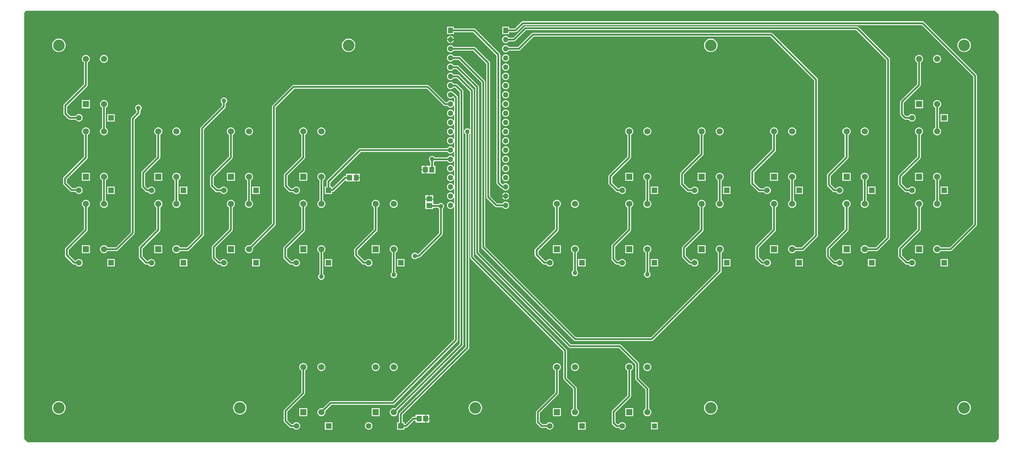
<source format=gbr>
G04*
G04 #@! TF.GenerationSoftware,Altium Limited,Altium Designer,23.10.1 (27)*
G04*
G04 Layer_Physical_Order=1*
G04 Layer_Color=255*
%FSLAX44Y44*%
%MOMM*%
G71*
G04*
G04 #@! TF.SameCoordinates,93BA021C-4F65-4C52-B2D2-680D5BDB3C73*
G04*
G04*
G04 #@! TF.FilePolarity,Positive*
G04*
G01*
G75*
%ADD13R,1.4500X1.6500*%
%ADD14R,1.6500X1.4500*%
%ADD17R,1.7000X1.7000*%
%ADD18C,1.7000*%
%ADD21R,1.4000X1.4000*%
%ADD23R,1.5500X1.5500*%
%ADD24C,1.5500*%
%ADD26C,0.5000*%
%ADD27O,1.4000X1.5000*%
%ADD28R,1.4000X1.5000*%
%ADD29C,3.2000*%
%ADD30C,1.2700*%
G36*
X2695000Y1185000D02*
Y15000D01*
X2685000Y5000D01*
X14000D01*
X5000Y14000D01*
Y1190000D01*
X10000Y1195000D01*
X2685000D01*
X2695000Y1185000D01*
D02*
G37*
%LPC*%
G36*
X1182830Y1125855D02*
Y1117170D01*
X1191081D01*
X1190855Y1118891D01*
X1189893Y1121211D01*
X1188364Y1123204D01*
X1186371Y1124733D01*
X1184051Y1125695D01*
X1182830Y1125855D01*
D02*
G37*
G36*
X1180290D02*
X1179070Y1125695D01*
X1176749Y1124733D01*
X1174756Y1123204D01*
X1173227Y1121211D01*
X1172266Y1118891D01*
X1172039Y1117170D01*
X1180290D01*
Y1125855D01*
D02*
G37*
G36*
X1191081Y1114630D02*
X1182830D01*
Y1105945D01*
X1184051Y1106106D01*
X1186371Y1107067D01*
X1188364Y1108596D01*
X1189893Y1110589D01*
X1190855Y1112910D01*
X1191081Y1114630D01*
D02*
G37*
G36*
X1180290D02*
X1172039D01*
X1172266Y1112910D01*
X1173227Y1110589D01*
X1174756Y1108596D01*
X1176749Y1107067D01*
X1179070Y1106106D01*
X1180290Y1105945D01*
Y1114630D01*
D02*
G37*
G36*
X2601826Y1118540D02*
X2598174D01*
X2594592Y1117828D01*
X2591218Y1116430D01*
X2588181Y1114401D01*
X2585599Y1111819D01*
X2583570Y1108782D01*
X2582173Y1105408D01*
X2581460Y1101826D01*
Y1098174D01*
X2582173Y1094592D01*
X2583570Y1091218D01*
X2585599Y1088181D01*
X2588181Y1085599D01*
X2591218Y1083570D01*
X2594592Y1082172D01*
X2598174Y1081460D01*
X2601826D01*
X2605408Y1082172D01*
X2608782Y1083570D01*
X2611819Y1085599D01*
X2614401Y1088181D01*
X2616430Y1091218D01*
X2617827Y1094592D01*
X2618540Y1098174D01*
Y1101826D01*
X2617827Y1105408D01*
X2616430Y1108782D01*
X2614401Y1111819D01*
X2611819Y1114401D01*
X2608782Y1116430D01*
X2605408Y1117828D01*
X2601826Y1118540D01*
D02*
G37*
G36*
X1901826D02*
X1898174D01*
X1894592Y1117828D01*
X1891218Y1116430D01*
X1888181Y1114401D01*
X1885599Y1111819D01*
X1883570Y1108782D01*
X1882173Y1105408D01*
X1881460Y1101826D01*
Y1098174D01*
X1882173Y1094592D01*
X1883570Y1091218D01*
X1885599Y1088181D01*
X1888181Y1085599D01*
X1891218Y1083570D01*
X1894592Y1082172D01*
X1898174Y1081460D01*
X1901826D01*
X1905408Y1082172D01*
X1908782Y1083570D01*
X1911819Y1085599D01*
X1914401Y1088181D01*
X1916430Y1091218D01*
X1917827Y1094592D01*
X1918540Y1098174D01*
Y1101826D01*
X1917827Y1105408D01*
X1916430Y1108782D01*
X1914401Y1111819D01*
X1911819Y1114401D01*
X1908782Y1116430D01*
X1905408Y1117828D01*
X1901826Y1118540D01*
D02*
G37*
G36*
X901826D02*
X898174D01*
X894592Y1117828D01*
X891218Y1116430D01*
X888181Y1114401D01*
X885599Y1111819D01*
X883570Y1108782D01*
X882172Y1105408D01*
X881460Y1101826D01*
Y1098174D01*
X882172Y1094592D01*
X883570Y1091218D01*
X885599Y1088181D01*
X888181Y1085599D01*
X891218Y1083570D01*
X894592Y1082172D01*
X898174Y1081460D01*
X901826D01*
X905408Y1082172D01*
X908782Y1083570D01*
X911819Y1085599D01*
X914401Y1088181D01*
X916430Y1091218D01*
X917828Y1094592D01*
X918540Y1098174D01*
Y1101826D01*
X917828Y1105408D01*
X916430Y1108782D01*
X914401Y1111819D01*
X911819Y1114401D01*
X908782Y1116430D01*
X905408Y1117828D01*
X901826Y1118540D01*
D02*
G37*
G36*
X101826D02*
X98174D01*
X94592Y1117828D01*
X91218Y1116430D01*
X88181Y1114401D01*
X85599Y1111819D01*
X83570Y1108782D01*
X82172Y1105408D01*
X81460Y1101826D01*
Y1098174D01*
X82172Y1094592D01*
X83570Y1091218D01*
X85599Y1088181D01*
X88181Y1085599D01*
X91218Y1083570D01*
X94592Y1082172D01*
X98174Y1081460D01*
X101826D01*
X105408Y1082172D01*
X108782Y1083570D01*
X111819Y1085599D01*
X114401Y1088181D01*
X116430Y1091218D01*
X117828Y1094592D01*
X118540Y1098174D01*
Y1101826D01*
X117828Y1105408D01*
X116430Y1108782D01*
X114401Y1111819D01*
X111819Y1114401D01*
X108782Y1116430D01*
X105408Y1117828D01*
X101826Y1118540D01*
D02*
G37*
G36*
X1333760Y1075222D02*
X1331270Y1074895D01*
X1328949Y1073933D01*
X1326956Y1072404D01*
X1325427Y1070411D01*
X1324466Y1068091D01*
X1324138Y1065600D01*
Y1064600D01*
X1324466Y1062110D01*
X1325427Y1059789D01*
X1326956Y1057796D01*
X1328949Y1056267D01*
X1331270Y1055306D01*
X1333760Y1054978D01*
X1336250Y1055306D01*
X1338571Y1056267D01*
X1340564Y1057796D01*
X1342093Y1059789D01*
X1343054Y1062110D01*
X1343382Y1064600D01*
Y1065600D01*
X1343054Y1068091D01*
X1342093Y1070411D01*
X1340564Y1072404D01*
X1338571Y1073933D01*
X1336250Y1074895D01*
X1333760Y1075222D01*
D02*
G37*
G36*
X2526454Y1073540D02*
X2523547D01*
X2520739Y1072788D01*
X2518221Y1071334D01*
X2516166Y1069279D01*
X2514713Y1066761D01*
X2513960Y1063954D01*
Y1061047D01*
X2514713Y1058239D01*
X2516166Y1055722D01*
X2518221Y1053666D01*
X2520739Y1052213D01*
X2523547Y1051460D01*
X2526454D01*
X2529261Y1052213D01*
X2531779Y1053666D01*
X2533834Y1055722D01*
X2535288Y1058239D01*
X2536040Y1061047D01*
Y1063954D01*
X2535288Y1066761D01*
X2533834Y1069279D01*
X2531779Y1071334D01*
X2529261Y1072788D01*
X2526454Y1073540D01*
D02*
G37*
G36*
X226454Y1073539D02*
X223547D01*
X220739Y1072787D01*
X218221Y1071333D01*
X216166Y1069278D01*
X214713Y1066760D01*
X213960Y1063953D01*
Y1061046D01*
X214713Y1058238D01*
X216166Y1055720D01*
X218221Y1053665D01*
X220739Y1052212D01*
X223547Y1051459D01*
X226454D01*
X229261Y1052212D01*
X231779Y1053665D01*
X233834Y1055720D01*
X235288Y1058238D01*
X236040Y1061046D01*
Y1063953D01*
X235288Y1066760D01*
X233834Y1069278D01*
X231779Y1071333D01*
X229261Y1072787D01*
X226454Y1073539D01*
D02*
G37*
G36*
X1333760Y1049822D02*
X1331270Y1049495D01*
X1328949Y1048533D01*
X1326956Y1047004D01*
X1325427Y1045011D01*
X1324466Y1042691D01*
X1324138Y1040200D01*
Y1039200D01*
X1324466Y1036710D01*
X1325427Y1034389D01*
X1326956Y1032396D01*
X1328949Y1030867D01*
X1331270Y1029906D01*
X1333760Y1029578D01*
X1336250Y1029906D01*
X1338571Y1030867D01*
X1340564Y1032396D01*
X1342093Y1034389D01*
X1343054Y1036710D01*
X1343382Y1039200D01*
Y1040200D01*
X1343054Y1042691D01*
X1342093Y1045011D01*
X1340564Y1047004D01*
X1338571Y1048533D01*
X1336250Y1049495D01*
X1333760Y1049822D01*
D02*
G37*
G36*
Y1024422D02*
X1331270Y1024095D01*
X1328949Y1023133D01*
X1326956Y1021604D01*
X1325427Y1019611D01*
X1324466Y1017291D01*
X1324138Y1014800D01*
Y1013800D01*
X1324466Y1011310D01*
X1325427Y1008989D01*
X1326956Y1006996D01*
X1328949Y1005467D01*
X1331270Y1004506D01*
X1333760Y1004178D01*
X1336250Y1004506D01*
X1338571Y1005467D01*
X1340564Y1006996D01*
X1342093Y1008989D01*
X1343054Y1011310D01*
X1343382Y1013800D01*
Y1014800D01*
X1343054Y1017291D01*
X1342093Y1019611D01*
X1340564Y1021604D01*
X1338571Y1023133D01*
X1336250Y1024095D01*
X1333760Y1024422D01*
D02*
G37*
G36*
Y999022D02*
X1331270Y998695D01*
X1328949Y997733D01*
X1326956Y996204D01*
X1325427Y994211D01*
X1324466Y991891D01*
X1324138Y989400D01*
Y988400D01*
X1324466Y985910D01*
X1325427Y983589D01*
X1326956Y981596D01*
X1328949Y980067D01*
X1331270Y979106D01*
X1333760Y978778D01*
X1336250Y979106D01*
X1338571Y980067D01*
X1340564Y981596D01*
X1342093Y983589D01*
X1343054Y985910D01*
X1343382Y988400D01*
Y989400D01*
X1343054Y991891D01*
X1342093Y994211D01*
X1340564Y996204D01*
X1338571Y997733D01*
X1336250Y998695D01*
X1333760Y999022D01*
D02*
G37*
G36*
Y973622D02*
X1331270Y973295D01*
X1328949Y972333D01*
X1326956Y970804D01*
X1325427Y968811D01*
X1324466Y966491D01*
X1324138Y964000D01*
Y963000D01*
X1324466Y960510D01*
X1325427Y958189D01*
X1326956Y956196D01*
X1328949Y954667D01*
X1331270Y953706D01*
X1333760Y953378D01*
X1336250Y953706D01*
X1338571Y954667D01*
X1340564Y956196D01*
X1342093Y958189D01*
X1343054Y960510D01*
X1343382Y963000D01*
Y964000D01*
X1343054Y966491D01*
X1342093Y968811D01*
X1340564Y970804D01*
X1338571Y972333D01*
X1336250Y973295D01*
X1333760Y973622D01*
D02*
G37*
G36*
Y948222D02*
X1331270Y947895D01*
X1328949Y946933D01*
X1326956Y945404D01*
X1325427Y943411D01*
X1324466Y941091D01*
X1324138Y938600D01*
Y937600D01*
X1324466Y935110D01*
X1325427Y932789D01*
X1326956Y930796D01*
X1328949Y929267D01*
X1331270Y928306D01*
X1333760Y927978D01*
X1336250Y928306D01*
X1338571Y929267D01*
X1340564Y930796D01*
X1342093Y932789D01*
X1343054Y935110D01*
X1343382Y937600D01*
Y938600D01*
X1343054Y941091D01*
X1342093Y943411D01*
X1340564Y945404D01*
X1338571Y946933D01*
X1336250Y947895D01*
X1333760Y948222D01*
D02*
G37*
G36*
X2486040Y948540D02*
X2463960D01*
Y926460D01*
X2486040D01*
Y948540D01*
D02*
G37*
G36*
X186040Y948539D02*
X163960D01*
Y926459D01*
X186040D01*
Y948539D01*
D02*
G37*
G36*
X1119000Y990139D02*
X748000D01*
X746033Y989748D01*
X744366Y988634D01*
X690366Y934634D01*
X689252Y932967D01*
X688861Y931000D01*
Y608628D01*
X628283Y548049D01*
X626453Y548539D01*
X623546D01*
X620739Y547787D01*
X618221Y546334D01*
X616166Y544278D01*
X614712Y541761D01*
X613960Y538953D01*
Y536046D01*
X614712Y533238D01*
X616166Y530721D01*
X618221Y528665D01*
X620739Y527212D01*
X623546Y526460D01*
X626453D01*
X629261Y527212D01*
X631779Y528665D01*
X633834Y530721D01*
X635288Y533238D01*
X636040Y536046D01*
Y538953D01*
X635550Y540782D01*
X697634Y602866D01*
X698748Y604533D01*
X699139Y606499D01*
Y928872D01*
X750128Y979861D01*
X1116871D01*
X1162266Y934466D01*
X1163933Y933353D01*
X1165900Y932961D01*
X1173156D01*
X1173227Y932789D01*
X1174756Y930796D01*
X1176749Y929267D01*
X1179070Y928306D01*
X1181560Y927978D01*
X1184051Y928306D01*
X1186371Y929267D01*
X1188364Y930796D01*
X1189893Y932789D01*
X1190591Y934474D01*
X1191861Y934221D01*
Y916579D01*
X1190591Y916326D01*
X1189893Y918011D01*
X1188364Y920004D01*
X1186371Y921533D01*
X1184051Y922495D01*
X1181560Y922822D01*
X1179070Y922495D01*
X1176749Y921533D01*
X1174756Y920004D01*
X1173227Y918011D01*
X1172266Y915691D01*
X1171938Y913200D01*
Y912200D01*
X1172266Y909710D01*
X1173227Y907389D01*
X1174756Y905396D01*
X1176749Y903867D01*
X1179070Y902906D01*
X1181560Y902578D01*
X1184051Y902906D01*
X1186371Y903867D01*
X1188364Y905396D01*
X1189893Y907389D01*
X1190591Y909074D01*
X1191861Y908821D01*
Y891179D01*
X1190591Y890926D01*
X1189893Y892611D01*
X1188364Y894604D01*
X1186371Y896133D01*
X1184051Y897095D01*
X1181560Y897422D01*
X1179070Y897095D01*
X1176749Y896133D01*
X1174756Y894604D01*
X1173227Y892611D01*
X1172266Y890291D01*
X1171938Y887800D01*
Y886800D01*
X1172266Y884310D01*
X1173227Y881989D01*
X1174756Y879996D01*
X1176749Y878467D01*
X1179070Y877506D01*
X1181560Y877178D01*
X1184051Y877506D01*
X1186371Y878467D01*
X1188364Y879996D01*
X1189893Y881989D01*
X1190591Y883674D01*
X1191861Y883421D01*
Y865779D01*
X1190591Y865526D01*
X1189893Y867211D01*
X1188364Y869204D01*
X1186371Y870733D01*
X1184051Y871695D01*
X1181560Y872022D01*
X1179070Y871695D01*
X1176749Y870733D01*
X1174756Y869204D01*
X1173227Y867211D01*
X1172266Y864891D01*
X1171938Y862400D01*
Y861400D01*
X1172266Y858910D01*
X1173227Y856589D01*
X1174756Y854596D01*
X1176749Y853067D01*
X1179070Y852106D01*
X1181560Y851778D01*
X1184051Y852106D01*
X1186371Y853067D01*
X1188364Y854596D01*
X1189893Y856589D01*
X1190591Y858274D01*
X1191861Y858021D01*
Y840379D01*
X1190591Y840126D01*
X1189893Y841811D01*
X1188364Y843804D01*
X1186371Y845333D01*
X1184051Y846295D01*
X1181560Y846622D01*
X1179070Y846295D01*
X1176749Y845333D01*
X1174756Y843804D01*
X1173227Y841811D01*
X1172266Y839491D01*
X1171938Y837000D01*
Y836000D01*
X1172266Y833510D01*
X1173227Y831189D01*
X1174756Y829196D01*
X1176749Y827667D01*
X1179070Y826706D01*
X1181560Y826378D01*
X1184051Y826706D01*
X1186371Y827667D01*
X1188364Y829196D01*
X1189893Y831189D01*
X1190591Y832874D01*
X1191861Y832621D01*
Y814979D01*
X1190591Y814726D01*
X1189893Y816411D01*
X1188364Y818404D01*
X1186371Y819933D01*
X1184051Y820895D01*
X1181560Y821222D01*
X1179070Y820895D01*
X1176749Y819933D01*
X1174756Y818404D01*
X1173227Y816411D01*
X1173156Y816239D01*
X932100D01*
X930134Y815848D01*
X928466Y814734D01*
X840766Y727034D01*
X839652Y725367D01*
X839261Y723400D01*
Y710290D01*
X834110D01*
Y689709D01*
X854690D01*
Y695582D01*
X856721D01*
X858688Y695974D01*
X860355Y697087D01*
X891787Y728519D01*
X892960Y728033D01*
Y724210D01*
X919980D01*
Y735000D01*
Y745790D01*
X892960D01*
Y740068D01*
X890929D01*
X888962Y739677D01*
X887295Y738563D01*
X855863Y707131D01*
X854690Y707617D01*
Y710290D01*
X849539D01*
Y721272D01*
X934229Y805961D01*
X1173156D01*
X1173227Y805789D01*
X1174756Y803796D01*
X1176749Y802267D01*
X1179070Y801306D01*
X1181560Y800978D01*
X1184051Y801306D01*
X1186371Y802267D01*
X1188364Y803796D01*
X1189893Y805789D01*
X1190591Y807474D01*
X1191861Y807221D01*
Y789579D01*
X1190591Y789326D01*
X1189893Y791011D01*
X1188364Y793004D01*
X1186371Y794533D01*
X1184051Y795495D01*
X1181560Y795822D01*
X1179070Y795495D01*
X1176749Y794533D01*
X1174756Y793004D01*
X1173227Y791011D01*
X1173218Y790989D01*
X1138385D01*
X1138114Y791459D01*
X1136459Y793114D01*
X1134431Y794284D01*
X1132170Y794890D01*
X1129830D01*
X1127569Y794284D01*
X1125541Y793114D01*
X1123886Y791459D01*
X1122716Y789431D01*
X1122110Y787170D01*
Y784830D01*
X1122716Y782569D01*
X1123886Y780541D01*
X1125541Y778886D01*
X1125861Y778701D01*
Y767790D01*
X1113020D01*
Y757000D01*
Y746210D01*
X1140040D01*
Y767790D01*
X1136139D01*
Y778701D01*
X1136459Y778886D01*
X1138114Y780541D01*
X1138212Y780711D01*
X1173093D01*
X1173227Y780389D01*
X1174756Y778396D01*
X1176749Y776867D01*
X1179070Y775906D01*
X1181560Y775578D01*
X1184051Y775906D01*
X1186371Y776867D01*
X1188364Y778396D01*
X1189893Y780389D01*
X1190591Y782074D01*
X1191861Y781821D01*
Y764179D01*
X1190591Y763926D01*
X1189893Y765611D01*
X1188364Y767604D01*
X1186371Y769133D01*
X1184051Y770095D01*
X1181560Y770422D01*
X1179070Y770095D01*
X1176749Y769133D01*
X1174756Y767604D01*
X1173227Y765611D01*
X1172266Y763291D01*
X1171938Y760800D01*
Y759800D01*
X1172266Y757310D01*
X1173227Y754989D01*
X1174756Y752996D01*
X1176749Y751467D01*
X1179070Y750506D01*
X1181560Y750178D01*
X1184051Y750506D01*
X1186371Y751467D01*
X1188364Y752996D01*
X1189893Y754989D01*
X1190591Y756674D01*
X1191861Y756421D01*
Y738779D01*
X1190591Y738526D01*
X1189893Y740211D01*
X1188364Y742204D01*
X1186371Y743733D01*
X1184051Y744695D01*
X1181560Y745022D01*
X1179070Y744695D01*
X1176749Y743733D01*
X1174756Y742204D01*
X1173227Y740211D01*
X1172266Y737891D01*
X1171938Y735400D01*
Y734400D01*
X1172266Y731910D01*
X1173227Y729589D01*
X1174756Y727596D01*
X1176749Y726067D01*
X1179070Y725106D01*
X1181560Y724778D01*
X1184051Y725106D01*
X1186371Y726067D01*
X1188364Y727596D01*
X1189893Y729589D01*
X1190591Y731274D01*
X1191861Y731021D01*
Y713379D01*
X1190591Y713126D01*
X1189893Y714811D01*
X1188364Y716804D01*
X1186371Y718333D01*
X1184051Y719295D01*
X1181560Y719622D01*
X1179070Y719295D01*
X1176749Y718333D01*
X1174756Y716804D01*
X1173227Y714811D01*
X1172266Y712491D01*
X1171938Y710000D01*
Y709000D01*
X1172266Y706510D01*
X1173227Y704189D01*
X1174756Y702196D01*
X1176749Y700667D01*
X1179070Y699706D01*
X1181560Y699378D01*
X1184051Y699706D01*
X1186371Y700667D01*
X1188364Y702196D01*
X1189893Y704189D01*
X1190591Y705874D01*
X1191861Y705621D01*
Y687979D01*
X1190591Y687726D01*
X1189893Y689411D01*
X1188364Y691404D01*
X1186371Y692933D01*
X1184051Y693895D01*
X1181560Y694222D01*
X1179070Y693895D01*
X1176749Y692933D01*
X1174756Y691404D01*
X1173227Y689411D01*
X1172266Y687091D01*
X1171938Y684600D01*
Y683600D01*
X1172266Y681110D01*
X1173227Y678789D01*
X1174756Y676796D01*
X1176749Y675267D01*
X1179070Y674306D01*
X1181560Y673978D01*
X1184051Y674306D01*
X1186371Y675267D01*
X1188364Y676796D01*
X1189893Y678789D01*
X1190591Y680474D01*
X1191861Y680221D01*
Y662579D01*
X1190591Y662326D01*
X1189893Y664011D01*
X1188364Y666004D01*
X1186371Y667533D01*
X1184051Y668495D01*
X1181560Y668822D01*
X1179070Y668495D01*
X1176749Y667533D01*
X1174756Y666004D01*
X1173227Y664011D01*
X1172266Y661691D01*
X1171938Y659200D01*
Y658200D01*
X1172266Y655710D01*
X1173227Y653389D01*
X1174756Y651396D01*
X1176749Y649867D01*
X1179070Y648906D01*
X1181560Y648578D01*
X1184051Y648906D01*
X1186371Y649867D01*
X1188364Y651396D01*
X1189893Y653389D01*
X1190591Y655074D01*
X1191861Y654821D01*
Y289128D01*
X1020872Y118139D01*
X850501D01*
X848534Y117748D01*
X846867Y116634D01*
X828283Y98049D01*
X826453Y98539D01*
X823547D01*
X820739Y97787D01*
X818221Y96334D01*
X816166Y94278D01*
X814712Y91761D01*
X813960Y88953D01*
Y86046D01*
X814712Y83238D01*
X816166Y80721D01*
X818221Y78665D01*
X820739Y77212D01*
X823547Y76459D01*
X826453D01*
X829261Y77212D01*
X831779Y78665D01*
X833834Y80721D01*
X835288Y83238D01*
X836040Y86046D01*
Y88953D01*
X835550Y90782D01*
X852629Y107861D01*
X1023000D01*
X1024967Y108252D01*
X1026634Y109366D01*
X1200634Y283366D01*
X1201748Y285033D01*
X1202139Y287000D01*
Y956000D01*
X1201748Y957967D01*
X1200634Y959634D01*
X1193133Y967134D01*
X1191466Y968248D01*
X1190006Y968538D01*
X1189893Y968811D01*
X1188364Y970804D01*
X1186371Y972333D01*
X1184051Y973295D01*
X1181560Y973622D01*
X1179070Y973295D01*
X1176749Y972333D01*
X1174756Y970804D01*
X1173227Y968811D01*
X1172266Y966491D01*
X1171938Y964000D01*
Y963000D01*
X1172266Y960510D01*
X1173227Y958189D01*
X1174756Y956196D01*
X1176749Y954667D01*
X1179070Y953706D01*
X1181560Y953378D01*
X1184051Y953706D01*
X1186371Y954667D01*
X1188364Y956196D01*
X1189464Y956268D01*
X1191861Y953872D01*
Y941979D01*
X1190591Y941726D01*
X1189893Y943411D01*
X1188364Y945404D01*
X1186371Y946933D01*
X1184051Y947895D01*
X1181560Y948222D01*
X1179070Y947895D01*
X1176749Y946933D01*
X1174756Y945404D01*
X1173227Y943411D01*
X1173156Y943239D01*
X1168028D01*
X1122634Y988634D01*
X1120966Y989748D01*
X1119000Y990139D01*
D02*
G37*
G36*
X1333760Y922822D02*
X1331270Y922495D01*
X1328949Y921533D01*
X1326956Y920004D01*
X1325427Y918011D01*
X1324466Y915691D01*
X1324138Y913200D01*
Y912200D01*
X1324466Y909710D01*
X1325427Y907389D01*
X1326956Y905396D01*
X1328949Y903867D01*
X1331270Y902906D01*
X1333760Y902578D01*
X1336250Y902906D01*
X1338571Y903867D01*
X1340564Y905396D01*
X1342093Y907389D01*
X1343054Y909710D01*
X1343382Y912200D01*
Y913200D01*
X1343054Y915691D01*
X1342093Y918011D01*
X1340564Y920004D01*
X1338571Y921533D01*
X1336250Y922495D01*
X1333760Y922822D01*
D02*
G37*
G36*
X2554690Y910290D02*
X2534110D01*
Y889710D01*
X2554690D01*
Y910290D01*
D02*
G37*
G36*
X2476453Y1073540D02*
X2473546D01*
X2470739Y1072788D01*
X2468221Y1071334D01*
X2466166Y1069279D01*
X2464712Y1066761D01*
X2463960Y1063954D01*
Y1061047D01*
X2464712Y1058239D01*
X2466166Y1055722D01*
X2468221Y1053666D01*
X2469861Y1052719D01*
Y992673D01*
X2424366Y947178D01*
X2423252Y945511D01*
X2422861Y943544D01*
Y909000D01*
X2423252Y907033D01*
X2424366Y905366D01*
X2433366Y896367D01*
X2435033Y895253D01*
X2437000Y894861D01*
X2446685D01*
X2447366Y893682D01*
X2449282Y891766D01*
X2451629Y890411D01*
X2454246Y889710D01*
X2456955D01*
X2459572Y890411D01*
X2461918Y891766D01*
X2463834Y893682D01*
X2465189Y896028D01*
X2465890Y898645D01*
Y901355D01*
X2465189Y903972D01*
X2463834Y906318D01*
X2461918Y908234D01*
X2459572Y909589D01*
X2456955Y910290D01*
X2454246D01*
X2451629Y909589D01*
X2449282Y908234D01*
X2447366Y906318D01*
X2446685Y905139D01*
X2439128D01*
X2433139Y911128D01*
Y941416D01*
X2478633Y986910D01*
X2479747Y988577D01*
X2480139Y990544D01*
Y1052719D01*
X2481779Y1053666D01*
X2483834Y1055722D01*
X2485287Y1058239D01*
X2486040Y1061047D01*
Y1063954D01*
X2485287Y1066761D01*
X2483834Y1069279D01*
X2481779Y1071334D01*
X2479261Y1072788D01*
X2476453Y1073540D01*
D02*
G37*
G36*
X254690Y910290D02*
X234110D01*
Y889710D01*
X254690D01*
Y910290D01*
D02*
G37*
G36*
X176453Y1073539D02*
X173546D01*
X170739Y1072787D01*
X168221Y1071333D01*
X166166Y1069278D01*
X164712Y1066760D01*
X163960Y1063953D01*
Y1061046D01*
X164712Y1058238D01*
X166166Y1055720D01*
X168221Y1053665D01*
X169861Y1052718D01*
Y992672D01*
X114366Y937177D01*
X113252Y935510D01*
X112861Y933544D01*
Y912000D01*
X113252Y910033D01*
X114366Y908366D01*
X126367Y896366D01*
X128034Y895252D01*
X130000Y894861D01*
X146685D01*
X147366Y893681D01*
X149282Y891766D01*
X151628Y890411D01*
X154245Y889710D01*
X156954D01*
X159572Y890411D01*
X161918Y891766D01*
X163834Y893681D01*
X165189Y896028D01*
X165890Y898645D01*
Y901354D01*
X165189Y903971D01*
X163834Y906318D01*
X161918Y908234D01*
X159572Y909588D01*
X156954Y910290D01*
X154245D01*
X151628Y909588D01*
X149282Y908234D01*
X147366Y906318D01*
X146685Y905138D01*
X132129D01*
X123139Y914128D01*
Y931415D01*
X178633Y986910D01*
X179747Y988577D01*
X180138Y990544D01*
Y1052718D01*
X181779Y1053665D01*
X183834Y1055720D01*
X185287Y1058238D01*
X186040Y1061046D01*
Y1063953D01*
X185287Y1066760D01*
X183834Y1069278D01*
X181779Y1071333D01*
X179261Y1072787D01*
X176453Y1073539D01*
D02*
G37*
G36*
X1333760Y897422D02*
X1331270Y897095D01*
X1328949Y896133D01*
X1326956Y894604D01*
X1325427Y892611D01*
X1324466Y890291D01*
X1324138Y887800D01*
Y886800D01*
X1324466Y884310D01*
X1325427Y881989D01*
X1326956Y879996D01*
X1328949Y878467D01*
X1331270Y877506D01*
X1333760Y877178D01*
X1336250Y877506D01*
X1338571Y878467D01*
X1340564Y879996D01*
X1342093Y881989D01*
X1343054Y884310D01*
X1343382Y886800D01*
Y887800D01*
X1343054Y890291D01*
X1342093Y892611D01*
X1340564Y894604D01*
X1338571Y896133D01*
X1336250Y897095D01*
X1333760Y897422D01*
D02*
G37*
G36*
X1181560Y1024422D02*
X1179070Y1024095D01*
X1176749Y1023133D01*
X1174756Y1021604D01*
X1173227Y1019611D01*
X1172266Y1017291D01*
X1171938Y1014800D01*
Y1013800D01*
X1172266Y1011310D01*
X1173227Y1008989D01*
X1174756Y1006996D01*
X1176749Y1005467D01*
X1179070Y1004506D01*
X1181560Y1004178D01*
X1184051Y1004506D01*
X1186371Y1005467D01*
X1188364Y1006996D01*
X1189893Y1008989D01*
X1189965Y1009161D01*
X1199571D01*
X1235861Y972871D01*
Y868507D01*
X1234591Y867981D01*
X1233459Y869114D01*
X1231431Y870284D01*
X1229170Y870890D01*
X1226830D01*
X1224569Y870284D01*
X1222541Y869114D01*
X1220886Y867459D01*
X1219716Y865431D01*
X1219110Y863170D01*
Y860830D01*
X1219716Y858569D01*
X1220886Y856541D01*
X1222541Y854886D01*
X1222861Y854702D01*
Y268129D01*
X1040767Y86034D01*
X1039653Y84367D01*
X1039261Y82400D01*
Y60289D01*
X1034110D01*
Y39709D01*
X1054690D01*
Y44861D01*
X1058999D01*
X1060966Y45252D01*
X1062633Y46366D01*
X1081128Y64861D01*
X1084960D01*
Y59210D01*
X1111980D01*
Y70000D01*
Y80790D01*
X1084960D01*
Y75139D01*
X1079000D01*
X1077033Y74748D01*
X1075366Y73634D01*
X1056871Y55138D01*
X1054690D01*
Y60289D01*
X1049539D01*
Y80272D01*
X1231634Y262366D01*
X1232748Y264034D01*
X1233139Y266000D01*
Y854702D01*
X1233459Y854886D01*
X1234591Y856019D01*
X1235861Y855493D01*
Y515000D01*
X1236252Y513033D01*
X1237366Y511366D01*
X1492861Y255872D01*
Y180909D01*
X1493252Y178943D01*
X1494366Y177276D01*
X1519861Y151781D01*
Y97281D01*
X1518221Y96334D01*
X1516166Y94279D01*
X1514713Y91761D01*
X1513960Y88953D01*
Y86046D01*
X1514713Y83239D01*
X1516166Y80721D01*
X1518221Y78666D01*
X1520739Y77212D01*
X1523547Y76460D01*
X1526454D01*
X1529261Y77212D01*
X1531779Y78666D01*
X1533834Y80721D01*
X1535288Y83239D01*
X1536040Y86046D01*
Y88953D01*
X1535288Y91761D01*
X1533834Y94279D01*
X1531779Y96334D01*
X1530139Y97281D01*
Y153909D01*
X1529748Y155876D01*
X1528634Y157543D01*
X1503139Y183038D01*
Y258000D01*
X1502748Y259967D01*
X1501634Y261634D01*
X1246139Y517128D01*
Y975000D01*
X1245748Y976966D01*
X1244634Y978634D01*
X1205333Y1017934D01*
X1203666Y1019048D01*
X1201700Y1019439D01*
X1189965D01*
X1189893Y1019611D01*
X1188364Y1021604D01*
X1186371Y1023133D01*
X1184051Y1024095D01*
X1181560Y1024422D01*
D02*
G37*
G36*
X1333760Y872022D02*
X1331270Y871695D01*
X1328949Y870733D01*
X1326956Y869204D01*
X1325427Y867211D01*
X1324466Y864891D01*
X1324138Y862400D01*
Y861400D01*
X1324466Y858910D01*
X1325427Y856589D01*
X1326956Y854596D01*
X1328949Y853067D01*
X1331270Y852106D01*
X1333760Y851778D01*
X1336250Y852106D01*
X1338571Y853067D01*
X1340564Y854596D01*
X1342093Y856589D01*
X1343054Y858910D01*
X1343382Y861400D01*
Y862400D01*
X1343054Y864891D01*
X1342093Y867211D01*
X1340564Y869204D01*
X1338571Y870733D01*
X1336250Y871695D01*
X1333760Y872022D01*
D02*
G37*
G36*
X2526454Y948540D02*
X2523547D01*
X2520739Y947788D01*
X2518221Y946334D01*
X2516166Y944279D01*
X2514713Y941761D01*
X2513960Y938954D01*
Y936047D01*
X2514713Y933239D01*
X2516166Y930722D01*
X2518221Y928666D01*
X2519861Y927719D01*
Y872281D01*
X2518221Y871334D01*
X2516166Y869279D01*
X2514713Y866761D01*
X2513960Y863953D01*
Y861047D01*
X2514713Y858239D01*
X2516166Y855721D01*
X2518221Y853666D01*
X2520739Y852212D01*
X2523547Y851460D01*
X2526454D01*
X2529261Y852212D01*
X2531779Y853666D01*
X2533834Y855721D01*
X2535288Y858239D01*
X2536040Y861047D01*
Y863953D01*
X2535288Y866761D01*
X2533834Y869279D01*
X2531779Y871334D01*
X2530139Y872281D01*
Y927719D01*
X2531779Y928666D01*
X2533834Y930722D01*
X2535288Y933239D01*
X2536040Y936047D01*
Y938954D01*
X2535288Y941761D01*
X2533834Y944279D01*
X2531779Y946334D01*
X2529261Y947788D01*
X2526454Y948540D01*
D02*
G37*
G36*
X2326454Y873540D02*
X2323547D01*
X2320739Y872788D01*
X2318221Y871334D01*
X2316166Y869279D01*
X2314712Y866761D01*
X2313960Y863953D01*
Y861047D01*
X2314712Y858239D01*
X2316166Y855721D01*
X2318221Y853666D01*
X2320739Y852212D01*
X2323547Y851460D01*
X2326454D01*
X2329261Y852212D01*
X2331779Y853666D01*
X2333834Y855721D01*
X2335288Y858239D01*
X2336040Y861047D01*
Y863953D01*
X2335288Y866761D01*
X2333834Y869279D01*
X2331779Y871334D01*
X2329261Y872788D01*
X2326454Y873540D01*
D02*
G37*
G36*
X2126453D02*
X2123546D01*
X2120739Y872788D01*
X2118221Y871334D01*
X2116166Y869279D01*
X2114712Y866761D01*
X2113960Y863953D01*
Y861047D01*
X2114712Y858239D01*
X2116166Y855721D01*
X2118221Y853666D01*
X2120739Y852212D01*
X2123546Y851460D01*
X2126453D01*
X2129261Y852212D01*
X2131779Y853666D01*
X2133834Y855721D01*
X2135288Y858239D01*
X2136040Y861047D01*
Y863953D01*
X2135288Y866761D01*
X2133834Y869279D01*
X2131779Y871334D01*
X2129261Y872788D01*
X2126453Y873540D01*
D02*
G37*
G36*
X1926453D02*
X1923546D01*
X1920739Y872788D01*
X1918221Y871334D01*
X1916166Y869279D01*
X1914712Y866761D01*
X1913960Y863953D01*
Y861047D01*
X1914712Y858239D01*
X1916166Y855721D01*
X1918221Y853666D01*
X1920739Y852212D01*
X1923546Y851460D01*
X1926453D01*
X1929261Y852212D01*
X1931779Y853666D01*
X1933834Y855721D01*
X1935287Y858239D01*
X1936040Y861047D01*
Y863953D01*
X1935287Y866761D01*
X1933834Y869279D01*
X1931779Y871334D01*
X1929261Y872788D01*
X1926453Y873540D01*
D02*
G37*
G36*
X1726454D02*
X1723547D01*
X1720739Y872788D01*
X1718221Y871334D01*
X1716166Y869279D01*
X1714713Y866761D01*
X1713960Y863953D01*
Y861047D01*
X1714713Y858239D01*
X1716166Y855721D01*
X1718221Y853666D01*
X1720739Y852212D01*
X1723547Y851460D01*
X1726454D01*
X1729261Y852212D01*
X1731779Y853666D01*
X1733835Y855721D01*
X1735288Y858239D01*
X1736040Y861047D01*
Y863953D01*
X1735288Y866761D01*
X1733835Y869279D01*
X1731779Y871334D01*
X1729261Y872788D01*
X1726454Y873540D01*
D02*
G37*
G36*
X826453Y873540D02*
X823547D01*
X820739Y872787D01*
X818221Y871334D01*
X816166Y869278D01*
X814712Y866761D01*
X813960Y863953D01*
Y861046D01*
X814712Y858238D01*
X816166Y855721D01*
X818221Y853665D01*
X820739Y852212D01*
X823547Y851460D01*
X826453D01*
X829261Y852212D01*
X831779Y853665D01*
X833834Y855721D01*
X835288Y858238D01*
X836040Y861046D01*
Y863953D01*
X835288Y866761D01*
X833834Y869278D01*
X831779Y871334D01*
X829261Y872787D01*
X826453Y873540D01*
D02*
G37*
G36*
X626453D02*
X623546D01*
X620739Y872787D01*
X618221Y871334D01*
X616166Y869278D01*
X614712Y866761D01*
X613960Y863953D01*
Y861046D01*
X614712Y858238D01*
X616166Y855721D01*
X618221Y853665D01*
X620739Y852212D01*
X623546Y851460D01*
X626453D01*
X629261Y852212D01*
X631779Y853665D01*
X633834Y855721D01*
X635288Y858238D01*
X636040Y861046D01*
Y863953D01*
X635288Y866761D01*
X633834Y869278D01*
X631779Y871334D01*
X629261Y872787D01*
X626453Y873540D01*
D02*
G37*
G36*
X426453D02*
X423546D01*
X420738Y872787D01*
X418221Y871334D01*
X416166Y869278D01*
X414712Y866761D01*
X413960Y863953D01*
Y861046D01*
X414712Y858238D01*
X416166Y855721D01*
X418221Y853665D01*
X420738Y852212D01*
X423546Y851460D01*
X426453D01*
X429261Y852212D01*
X431778Y853665D01*
X433834Y855721D01*
X435287Y858238D01*
X436040Y861046D01*
Y863953D01*
X435287Y866761D01*
X433834Y869278D01*
X431778Y871334D01*
X429261Y872787D01*
X426453Y873540D01*
D02*
G37*
G36*
X226454Y948539D02*
X223547D01*
X220739Y947787D01*
X218221Y946333D01*
X216166Y944278D01*
X214713Y941760D01*
X213960Y938953D01*
Y936046D01*
X214713Y933238D01*
X216166Y930720D01*
X218221Y928665D01*
X219862Y927718D01*
Y872281D01*
X218221Y871334D01*
X216166Y869278D01*
X214713Y866761D01*
X213960Y863953D01*
Y861046D01*
X214713Y858238D01*
X216166Y855721D01*
X218221Y853665D01*
X220739Y852212D01*
X223547Y851460D01*
X226454D01*
X229261Y852212D01*
X231779Y853665D01*
X233834Y855721D01*
X235288Y858238D01*
X236040Y861046D01*
Y863953D01*
X235288Y866761D01*
X233834Y869278D01*
X231779Y871334D01*
X230139Y872281D01*
Y927718D01*
X231779Y928665D01*
X233834Y930720D01*
X235288Y933238D01*
X236040Y936046D01*
Y938953D01*
X235288Y941760D01*
X233834Y944278D01*
X231779Y946333D01*
X229261Y947787D01*
X226454Y948539D01*
D02*
G37*
G36*
X1333760Y846622D02*
X1331270Y846295D01*
X1328949Y845333D01*
X1326956Y843804D01*
X1325427Y841811D01*
X1324466Y839491D01*
X1324138Y837000D01*
Y836000D01*
X1324466Y833510D01*
X1325427Y831189D01*
X1326956Y829196D01*
X1328949Y827667D01*
X1331270Y826706D01*
X1333760Y826378D01*
X1336250Y826706D01*
X1338571Y827667D01*
X1340564Y829196D01*
X1342093Y831189D01*
X1343054Y833510D01*
X1343382Y836000D01*
Y837000D01*
X1343054Y839491D01*
X1342093Y841811D01*
X1340564Y843804D01*
X1338571Y845333D01*
X1336250Y846295D01*
X1333760Y846622D01*
D02*
G37*
G36*
Y821222D02*
X1331270Y820895D01*
X1328949Y819933D01*
X1326956Y818404D01*
X1325427Y816411D01*
X1324466Y814091D01*
X1324138Y811600D01*
Y810600D01*
X1324466Y808110D01*
X1325427Y805789D01*
X1326956Y803796D01*
X1328949Y802267D01*
X1331270Y801306D01*
X1333760Y800978D01*
X1336250Y801306D01*
X1338571Y802267D01*
X1340564Y803796D01*
X1342093Y805789D01*
X1343054Y808110D01*
X1343382Y810600D01*
Y811600D01*
X1343054Y814091D01*
X1342093Y816411D01*
X1340564Y818404D01*
X1338571Y819933D01*
X1336250Y820895D01*
X1333760Y821222D01*
D02*
G37*
G36*
Y795822D02*
X1331270Y795495D01*
X1328949Y794533D01*
X1326956Y793004D01*
X1325427Y791011D01*
X1324466Y788691D01*
X1324138Y786200D01*
Y785200D01*
X1324466Y782710D01*
X1325427Y780389D01*
X1326956Y778396D01*
X1328949Y776867D01*
X1331270Y775906D01*
X1333760Y775578D01*
X1336250Y775906D01*
X1338571Y776867D01*
X1340564Y778396D01*
X1342093Y780389D01*
X1343054Y782710D01*
X1343382Y785200D01*
Y786200D01*
X1343054Y788691D01*
X1342093Y791011D01*
X1340564Y793004D01*
X1338571Y794533D01*
X1336250Y795495D01*
X1333760Y795822D01*
D02*
G37*
G36*
X1110480Y767790D02*
X1101960D01*
Y758270D01*
X1110480D01*
Y767790D01*
D02*
G37*
G36*
X1333760Y770422D02*
X1331270Y770095D01*
X1328949Y769133D01*
X1326956Y767604D01*
X1325427Y765611D01*
X1324466Y763291D01*
X1324138Y760800D01*
Y759800D01*
X1324466Y757310D01*
X1325427Y754989D01*
X1326956Y752996D01*
X1328949Y751467D01*
X1331270Y750506D01*
X1333760Y750178D01*
X1336250Y750506D01*
X1338571Y751467D01*
X1340564Y752996D01*
X1342093Y754989D01*
X1343054Y757310D01*
X1343382Y759800D01*
Y760800D01*
X1343054Y763291D01*
X1342093Y765611D01*
X1340564Y767604D01*
X1338571Y769133D01*
X1336250Y770095D01*
X1333760Y770422D01*
D02*
G37*
G36*
X1110480Y755730D02*
X1101960D01*
Y746210D01*
X1110480D01*
Y755730D01*
D02*
G37*
G36*
X931040Y745790D02*
X922520D01*
Y736270D01*
X931040D01*
Y745790D01*
D02*
G37*
G36*
X2486040Y748540D02*
X2463960D01*
Y726460D01*
X2486040D01*
Y748540D01*
D02*
G37*
G36*
X2286040D02*
X2263960D01*
Y726460D01*
X2286040D01*
Y748540D01*
D02*
G37*
G36*
X2086040D02*
X2063960D01*
Y726460D01*
X2086040D01*
Y748540D01*
D02*
G37*
G36*
X1886040D02*
X1863960D01*
Y726460D01*
X1886040D01*
Y748540D01*
D02*
G37*
G36*
X1686040D02*
X1663960D01*
Y726460D01*
X1686040D01*
Y748540D01*
D02*
G37*
G36*
X786040Y748540D02*
X763960D01*
Y726460D01*
X786040D01*
Y748540D01*
D02*
G37*
G36*
X586040D02*
X563960D01*
Y726460D01*
X586040D01*
Y748540D01*
D02*
G37*
G36*
X386040D02*
X363960D01*
Y726460D01*
X386040D01*
Y748540D01*
D02*
G37*
G36*
X186040D02*
X163960D01*
Y726460D01*
X186040D01*
Y748540D01*
D02*
G37*
G36*
X1333760Y745022D02*
X1331270Y744695D01*
X1328949Y743733D01*
X1326956Y742204D01*
X1325427Y740211D01*
X1324466Y737891D01*
X1324138Y735400D01*
Y734400D01*
X1324466Y731910D01*
X1325427Y729589D01*
X1326956Y727596D01*
X1328949Y726067D01*
X1331270Y725106D01*
X1333760Y724778D01*
X1336250Y725106D01*
X1338571Y726067D01*
X1340564Y727596D01*
X1342093Y729589D01*
X1343054Y731910D01*
X1343382Y734400D01*
Y735400D01*
X1343054Y737891D01*
X1342093Y740211D01*
X1340564Y742204D01*
X1338571Y743733D01*
X1336250Y744695D01*
X1333760Y745022D01*
D02*
G37*
G36*
X931040Y733730D02*
X922520D01*
Y724210D01*
X931040D01*
Y733730D01*
D02*
G37*
G36*
X1191100Y1151340D02*
X1172020D01*
Y1131260D01*
X1191100D01*
Y1136161D01*
X1244571D01*
X1308861Y1071871D01*
Y720000D01*
X1309252Y718034D01*
X1310366Y716366D01*
X1320866Y705866D01*
X1322533Y704753D01*
X1324500Y704361D01*
X1325355D01*
X1325427Y704189D01*
X1326956Y702196D01*
X1328949Y700667D01*
X1331270Y699706D01*
X1333760Y699378D01*
X1336250Y699706D01*
X1338571Y700667D01*
X1340564Y702196D01*
X1342093Y704189D01*
X1343054Y706510D01*
X1343382Y709000D01*
Y710000D01*
X1343054Y712491D01*
X1342093Y714811D01*
X1340564Y716804D01*
X1338571Y718333D01*
X1336250Y719295D01*
X1333760Y719622D01*
X1331270Y719295D01*
X1328949Y718333D01*
X1326956Y716804D01*
X1326460Y716158D01*
X1325193Y716075D01*
X1319139Y722129D01*
Y1074000D01*
X1318748Y1075966D01*
X1317634Y1077634D01*
X1250333Y1144934D01*
X1248666Y1146048D01*
X1246700Y1146439D01*
X1191100D01*
Y1151340D01*
D02*
G37*
G36*
X2554690Y710290D02*
X2534110D01*
Y689710D01*
X2554690D01*
Y710290D01*
D02*
G37*
G36*
X2476453Y873540D02*
X2473546D01*
X2470739Y872788D01*
X2468221Y871334D01*
X2466166Y869279D01*
X2464712Y866761D01*
X2463960Y863953D01*
Y861047D01*
X2464712Y858239D01*
X2466166Y855721D01*
X2468221Y853666D01*
X2469861Y852719D01*
Y792672D01*
X2419366Y742178D01*
X2418252Y740511D01*
X2417861Y738544D01*
Y716000D01*
X2418252Y714034D01*
X2419366Y712366D01*
X2435366Y696366D01*
X2437034Y695253D01*
X2439000Y694861D01*
X2446685D01*
X2447366Y693682D01*
X2449282Y691766D01*
X2451629Y690411D01*
X2454246Y689710D01*
X2456955D01*
X2459572Y690411D01*
X2461918Y691766D01*
X2463834Y693682D01*
X2465189Y696028D01*
X2465890Y698645D01*
Y701355D01*
X2465189Y703972D01*
X2463834Y706318D01*
X2461918Y708234D01*
X2459572Y709589D01*
X2456955Y710290D01*
X2454246D01*
X2451629Y709589D01*
X2449282Y708234D01*
X2447366Y706318D01*
X2446685Y705139D01*
X2441129D01*
X2428139Y718129D01*
Y736416D01*
X2478633Y786910D01*
X2479747Y788577D01*
X2480139Y790544D01*
Y852719D01*
X2481779Y853666D01*
X2483834Y855721D01*
X2485287Y858239D01*
X2486040Y861047D01*
Y863953D01*
X2485287Y866761D01*
X2483834Y869279D01*
X2481779Y871334D01*
X2479261Y872788D01*
X2476453Y873540D01*
D02*
G37*
G36*
X2354690Y710290D02*
X2334110D01*
Y689710D01*
X2354690D01*
Y710290D01*
D02*
G37*
G36*
X2276454Y873540D02*
X2273547D01*
X2270739Y872788D01*
X2268221Y871334D01*
X2266166Y869279D01*
X2264713Y866761D01*
X2263960Y863953D01*
Y861047D01*
X2264713Y858239D01*
X2266166Y855721D01*
X2268221Y853666D01*
X2269861Y852719D01*
Y792673D01*
X2222366Y745178D01*
X2221252Y743511D01*
X2220861Y741544D01*
Y715000D01*
X2221252Y713034D01*
X2222366Y711366D01*
X2237366Y696366D01*
X2239033Y695253D01*
X2241000Y694861D01*
X2246685D01*
X2247366Y693682D01*
X2249282Y691766D01*
X2251628Y690411D01*
X2254245Y689710D01*
X2256955D01*
X2259572Y690411D01*
X2261918Y691766D01*
X2263834Y693682D01*
X2265189Y696028D01*
X2265890Y698645D01*
Y701355D01*
X2265189Y703972D01*
X2263834Y706318D01*
X2261918Y708234D01*
X2259572Y709589D01*
X2256955Y710290D01*
X2254245D01*
X2251628Y709589D01*
X2249282Y708234D01*
X2247366Y706318D01*
X2246685Y705139D01*
X2243129D01*
X2231139Y717129D01*
Y739415D01*
X2278634Y786910D01*
X2279748Y788578D01*
X2280139Y790544D01*
Y852719D01*
X2281779Y853666D01*
X2283834Y855721D01*
X2285288Y858239D01*
X2286040Y861047D01*
Y863953D01*
X2285288Y866761D01*
X2283834Y869279D01*
X2281779Y871334D01*
X2279261Y872788D01*
X2276454Y873540D01*
D02*
G37*
G36*
X2154690Y710290D02*
X2134110D01*
Y689710D01*
X2154690D01*
Y710290D01*
D02*
G37*
G36*
X2076454Y873540D02*
X2073547D01*
X2070739Y872788D01*
X2068221Y871334D01*
X2066166Y869279D01*
X2064712Y866761D01*
X2063960Y863953D01*
Y861047D01*
X2064712Y858239D01*
X2066166Y855721D01*
X2068221Y853666D01*
X2069861Y852719D01*
Y813129D01*
X2011366Y754634D01*
X2010252Y752967D01*
X2009861Y751000D01*
Y719000D01*
X2010252Y717033D01*
X2011366Y715366D01*
X2030366Y696366D01*
X2032034Y695253D01*
X2034000Y694861D01*
X2046685D01*
X2047366Y693682D01*
X2049282Y691766D01*
X2051628Y690411D01*
X2054245Y689710D01*
X2056955D01*
X2059572Y690411D01*
X2061918Y691766D01*
X2063834Y693682D01*
X2065189Y696028D01*
X2065890Y698645D01*
Y701355D01*
X2065189Y703972D01*
X2063834Y706318D01*
X2061918Y708234D01*
X2059572Y709589D01*
X2056955Y710290D01*
X2054245D01*
X2051628Y709589D01*
X2049282Y708234D01*
X2047366Y706318D01*
X2046685Y705139D01*
X2036129D01*
X2020139Y721128D01*
Y748872D01*
X2078634Y807366D01*
X2079748Y809034D01*
X2080139Y811000D01*
Y852719D01*
X2081779Y853666D01*
X2083834Y855721D01*
X2085288Y858239D01*
X2086040Y861047D01*
Y863953D01*
X2085288Y866761D01*
X2083834Y869279D01*
X2081779Y871334D01*
X2079261Y872788D01*
X2076454Y873540D01*
D02*
G37*
G36*
X1954690Y710290D02*
X1934110D01*
Y689710D01*
X1954690D01*
Y710290D01*
D02*
G37*
G36*
X1876453Y873540D02*
X1873546D01*
X1870739Y872788D01*
X1868221Y871334D01*
X1866166Y869279D01*
X1864712Y866761D01*
X1863960Y863953D01*
Y861047D01*
X1864712Y858239D01*
X1866166Y855721D01*
X1868221Y853666D01*
X1869861Y852719D01*
Y802129D01*
X1817366Y749634D01*
X1816252Y747967D01*
X1815861Y746000D01*
Y717000D01*
X1816252Y715033D01*
X1817366Y713366D01*
X1834366Y696366D01*
X1836033Y695253D01*
X1838000Y694861D01*
X1846685D01*
X1847366Y693682D01*
X1849282Y691766D01*
X1851628Y690411D01*
X1854245Y689710D01*
X1856955D01*
X1859572Y690411D01*
X1861918Y691766D01*
X1863834Y693682D01*
X1865189Y696028D01*
X1865890Y698645D01*
Y701355D01*
X1865189Y703972D01*
X1863834Y706318D01*
X1861918Y708234D01*
X1859572Y709589D01*
X1856955Y710290D01*
X1854245D01*
X1851628Y709589D01*
X1849282Y708234D01*
X1847366Y706318D01*
X1846685Y705139D01*
X1840128D01*
X1826139Y719128D01*
Y743872D01*
X1878634Y796366D01*
X1879747Y798034D01*
X1880139Y800000D01*
Y852719D01*
X1881779Y853666D01*
X1883834Y855721D01*
X1885288Y858239D01*
X1886040Y861047D01*
Y863953D01*
X1885288Y866761D01*
X1883834Y869279D01*
X1881779Y871334D01*
X1879261Y872788D01*
X1876453Y873540D01*
D02*
G37*
G36*
X1754690Y710290D02*
X1734110D01*
Y689710D01*
X1754690D01*
Y710290D01*
D02*
G37*
G36*
X1676453Y873540D02*
X1673546D01*
X1670739Y872788D01*
X1668221Y871334D01*
X1666166Y869279D01*
X1664712Y866761D01*
X1663960Y863953D01*
Y861047D01*
X1664712Y858239D01*
X1666166Y855721D01*
X1668221Y853666D01*
X1669861Y852719D01*
Y792673D01*
X1619366Y742178D01*
X1618252Y740511D01*
X1617861Y738544D01*
Y719000D01*
X1618252Y717033D01*
X1619366Y715366D01*
X1638366Y696366D01*
X1640033Y695253D01*
X1642000Y694861D01*
X1646685D01*
X1647366Y693682D01*
X1649282Y691766D01*
X1651628Y690411D01*
X1654245Y689710D01*
X1656954D01*
X1659572Y690411D01*
X1661918Y691766D01*
X1663834Y693682D01*
X1665189Y696028D01*
X1665890Y698645D01*
Y701355D01*
X1665189Y703972D01*
X1663834Y706318D01*
X1661918Y708234D01*
X1659572Y709589D01*
X1656954Y710290D01*
X1654245D01*
X1651628Y709589D01*
X1649282Y708234D01*
X1647366Y706318D01*
X1646685Y705139D01*
X1644129D01*
X1628139Y721128D01*
Y736416D01*
X1678634Y786910D01*
X1679747Y788578D01*
X1680139Y790544D01*
Y852719D01*
X1681779Y853666D01*
X1683834Y855721D01*
X1685287Y858239D01*
X1686040Y861047D01*
Y863953D01*
X1685287Y866761D01*
X1683834Y869279D01*
X1681779Y871334D01*
X1679261Y872788D01*
X1676453Y873540D01*
D02*
G37*
G36*
X776454Y873540D02*
X773547D01*
X770739Y872787D01*
X768221Y871334D01*
X766166Y869278D01*
X764713Y866761D01*
X763960Y863953D01*
Y861046D01*
X764713Y858238D01*
X766166Y855721D01*
X768221Y853665D01*
X769861Y852719D01*
Y792672D01*
X723366Y746177D01*
X722252Y744510D01*
X721861Y742543D01*
Y712000D01*
X722252Y710033D01*
X723366Y708366D01*
X735367Y696366D01*
X737034Y695252D01*
X739000Y694861D01*
X746685D01*
X747366Y693681D01*
X749282Y691766D01*
X751628Y690411D01*
X754245Y689709D01*
X756955D01*
X759572Y690411D01*
X761918Y691766D01*
X763834Y693681D01*
X765189Y696028D01*
X765890Y698645D01*
Y701354D01*
X765189Y703971D01*
X763834Y706318D01*
X761918Y708234D01*
X759572Y709588D01*
X756955Y710290D01*
X754245D01*
X751628Y709588D01*
X749282Y708234D01*
X747366Y706318D01*
X746685Y705138D01*
X741129D01*
X732139Y714128D01*
Y740415D01*
X778634Y786910D01*
X779748Y788577D01*
X780139Y790544D01*
Y852719D01*
X781779Y853665D01*
X783834Y855721D01*
X785288Y858238D01*
X786040Y861046D01*
Y863953D01*
X785288Y866761D01*
X783834Y869278D01*
X781779Y871334D01*
X779261Y872787D01*
X776454Y873540D01*
D02*
G37*
G36*
X654690Y710290D02*
X634110D01*
Y689709D01*
X654690D01*
Y710290D01*
D02*
G37*
G36*
X576454Y873540D02*
X573547D01*
X570739Y872787D01*
X568221Y871334D01*
X566166Y869278D01*
X564712Y866761D01*
X563960Y863953D01*
Y861046D01*
X564712Y858238D01*
X566166Y855721D01*
X568221Y853665D01*
X569861Y852719D01*
Y792672D01*
X519366Y742177D01*
X518252Y740510D01*
X517861Y738544D01*
Y713000D01*
X518252Y711033D01*
X519366Y709366D01*
X532367Y696366D01*
X534034Y695252D01*
X536001Y694861D01*
X546685D01*
X547366Y693681D01*
X549282Y691766D01*
X551628Y690411D01*
X554245Y689709D01*
X556955D01*
X559572Y690411D01*
X561918Y691766D01*
X563834Y693681D01*
X565189Y696028D01*
X565890Y698645D01*
Y701354D01*
X565189Y703971D01*
X563834Y706318D01*
X561918Y708234D01*
X559572Y709588D01*
X556955Y710290D01*
X554245D01*
X551628Y709588D01*
X549282Y708234D01*
X547366Y706318D01*
X546685Y705138D01*
X538129D01*
X528139Y715128D01*
Y736415D01*
X578634Y786910D01*
X579748Y788577D01*
X580139Y790544D01*
Y852719D01*
X581779Y853665D01*
X583834Y855721D01*
X585288Y858238D01*
X586040Y861046D01*
Y863953D01*
X585288Y866761D01*
X583834Y869278D01*
X581779Y871334D01*
X579261Y872787D01*
X576454Y873540D01*
D02*
G37*
G36*
X454690Y710290D02*
X434110D01*
Y689709D01*
X454690D01*
Y710290D01*
D02*
G37*
G36*
X376453Y873540D02*
X373546D01*
X370739Y872787D01*
X368221Y871334D01*
X366166Y869278D01*
X364712Y866761D01*
X363960Y863953D01*
Y861046D01*
X364712Y858238D01*
X366166Y855721D01*
X368221Y853665D01*
X369861Y852719D01*
Y792672D01*
X329366Y752177D01*
X328252Y750510D01*
X327861Y748544D01*
Y710000D01*
X328252Y708034D01*
X329366Y706366D01*
X339367Y696366D01*
X341034Y695252D01*
X343000Y694861D01*
X346685D01*
X347366Y693681D01*
X349282Y691766D01*
X351628Y690411D01*
X354245Y689709D01*
X356955D01*
X359572Y690411D01*
X361918Y691766D01*
X363834Y693681D01*
X365189Y696028D01*
X365890Y698645D01*
Y701354D01*
X365189Y703971D01*
X363834Y706318D01*
X361918Y708234D01*
X359572Y709588D01*
X356955Y710290D01*
X354245D01*
X351628Y709588D01*
X349282Y708234D01*
X347366Y706318D01*
X346685Y705138D01*
X345129D01*
X338139Y712129D01*
Y746415D01*
X378633Y786910D01*
X379748Y788577D01*
X380139Y790544D01*
Y852719D01*
X381779Y853665D01*
X383834Y855721D01*
X385288Y858238D01*
X386040Y861046D01*
Y863953D01*
X385288Y866761D01*
X383834Y869278D01*
X381779Y871334D01*
X379261Y872787D01*
X376453Y873540D01*
D02*
G37*
G36*
X254690Y710290D02*
X234110D01*
Y689709D01*
X254690D01*
Y710290D01*
D02*
G37*
G36*
X176453Y873540D02*
X173546D01*
X170739Y872787D01*
X168221Y871334D01*
X166166Y869278D01*
X164712Y866761D01*
X163960Y863953D01*
Y861046D01*
X164712Y858238D01*
X166166Y855721D01*
X168221Y853665D01*
X169861Y852719D01*
Y792672D01*
X113366Y736177D01*
X112252Y734510D01*
X111861Y732544D01*
Y719000D01*
X112252Y717033D01*
X113366Y715366D01*
X131383Y697350D01*
X133050Y696236D01*
X135017Y695844D01*
X146117D01*
X147366Y693681D01*
X149282Y691766D01*
X151628Y690411D01*
X154245Y689709D01*
X156954D01*
X159572Y690411D01*
X161918Y691766D01*
X163834Y693681D01*
X165189Y696028D01*
X165890Y698645D01*
Y701354D01*
X165189Y703971D01*
X163834Y706318D01*
X161918Y708234D01*
X159572Y709588D01*
X156954Y710290D01*
X154245D01*
X151628Y709588D01*
X149282Y708234D01*
X147366Y706318D01*
X147253Y706122D01*
X137145D01*
X122139Y721128D01*
Y730415D01*
X178633Y786910D01*
X179747Y788577D01*
X180138Y790544D01*
Y852719D01*
X181779Y853665D01*
X183834Y855721D01*
X185287Y858238D01*
X186040Y861046D01*
Y863953D01*
X185287Y866761D01*
X183834Y869278D01*
X181779Y871334D01*
X179261Y872787D01*
X176453Y873540D01*
D02*
G37*
G36*
X1335030Y694055D02*
Y685370D01*
X1343281D01*
X1343054Y687091D01*
X1342093Y689411D01*
X1340564Y691404D01*
X1338571Y692933D01*
X1336250Y693895D01*
X1335030Y694055D01*
D02*
G37*
G36*
X1332490D02*
X1331270Y693895D01*
X1328949Y692933D01*
X1326956Y691404D01*
X1325427Y689411D01*
X1324466Y687091D01*
X1324239Y685370D01*
X1332490D01*
Y694055D01*
D02*
G37*
G36*
X1133790Y686040D02*
X1124270D01*
Y677520D01*
X1133790D01*
Y686040D01*
D02*
G37*
G36*
X1121730D02*
X1112210D01*
Y677520D01*
X1121730D01*
Y686040D01*
D02*
G37*
G36*
X1343281Y682830D02*
X1335030D01*
Y674145D01*
X1336250Y674306D01*
X1338571Y675267D01*
X1340564Y676796D01*
X1342093Y678789D01*
X1343054Y681110D01*
X1343281Y682830D01*
D02*
G37*
G36*
X1332490D02*
X1324239D01*
X1324466Y681110D01*
X1325427Y678789D01*
X1326956Y676796D01*
X1328949Y675267D01*
X1331270Y674306D01*
X1332490Y674145D01*
Y682830D01*
D02*
G37*
G36*
X2526454Y748540D02*
X2523547D01*
X2520739Y747788D01*
X2518221Y746334D01*
X2516166Y744279D01*
X2514713Y741761D01*
X2513960Y738953D01*
Y736047D01*
X2514713Y733239D01*
X2516166Y730721D01*
X2518221Y728666D01*
X2519861Y727719D01*
Y672281D01*
X2518221Y671334D01*
X2516166Y669279D01*
X2514713Y666761D01*
X2513960Y663953D01*
Y661047D01*
X2514713Y658239D01*
X2516166Y655721D01*
X2518221Y653666D01*
X2520739Y652212D01*
X2523547Y651460D01*
X2526454D01*
X2529261Y652212D01*
X2531779Y653666D01*
X2533834Y655721D01*
X2535288Y658239D01*
X2536040Y661047D01*
Y663953D01*
X2535288Y666761D01*
X2533834Y669279D01*
X2531779Y671334D01*
X2530139Y672281D01*
Y727719D01*
X2531779Y728666D01*
X2533834Y730721D01*
X2535288Y733239D01*
X2536040Y736047D01*
Y738953D01*
X2535288Y741761D01*
X2533834Y744279D01*
X2531779Y746334D01*
X2529261Y747788D01*
X2526454Y748540D01*
D02*
G37*
G36*
X2326454D02*
X2323547D01*
X2320739Y747788D01*
X2318221Y746334D01*
X2316166Y744279D01*
X2314712Y741761D01*
X2313960Y738953D01*
Y736047D01*
X2314712Y733239D01*
X2316166Y730721D01*
X2318221Y728666D01*
X2319861Y727719D01*
Y672281D01*
X2318221Y671334D01*
X2316166Y669279D01*
X2314712Y666761D01*
X2313960Y663953D01*
Y661047D01*
X2314712Y658239D01*
X2316166Y655721D01*
X2318221Y653666D01*
X2320739Y652212D01*
X2323547Y651460D01*
X2326454D01*
X2329261Y652212D01*
X2331779Y653666D01*
X2333834Y655721D01*
X2335288Y658239D01*
X2336040Y661047D01*
Y663953D01*
X2335288Y666761D01*
X2333834Y669279D01*
X2331779Y671334D01*
X2330139Y672281D01*
Y727719D01*
X2331779Y728666D01*
X2333834Y730721D01*
X2335288Y733239D01*
X2336040Y736047D01*
Y738953D01*
X2335288Y741761D01*
X2333834Y744279D01*
X2331779Y746334D01*
X2329261Y747788D01*
X2326454Y748540D01*
D02*
G37*
G36*
X2126453D02*
X2123546D01*
X2120739Y747788D01*
X2118221Y746334D01*
X2116166Y744279D01*
X2114712Y741761D01*
X2113960Y738953D01*
Y736047D01*
X2114712Y733239D01*
X2116166Y730721D01*
X2118221Y728666D01*
X2119861Y727719D01*
Y672281D01*
X2118221Y671334D01*
X2116166Y669279D01*
X2114712Y666761D01*
X2113960Y663953D01*
Y661047D01*
X2114712Y658239D01*
X2116166Y655721D01*
X2118221Y653666D01*
X2120739Y652212D01*
X2123546Y651460D01*
X2126453D01*
X2129261Y652212D01*
X2131779Y653666D01*
X2133834Y655721D01*
X2135288Y658239D01*
X2136040Y661047D01*
Y663953D01*
X2135288Y666761D01*
X2133834Y669279D01*
X2131779Y671334D01*
X2130139Y672281D01*
Y727719D01*
X2131779Y728666D01*
X2133834Y730721D01*
X2135288Y733239D01*
X2136040Y736047D01*
Y738953D01*
X2135288Y741761D01*
X2133834Y744279D01*
X2131779Y746334D01*
X2129261Y747788D01*
X2126453Y748540D01*
D02*
G37*
G36*
X1926453D02*
X1923546D01*
X1920739Y747788D01*
X1918221Y746334D01*
X1916166Y744279D01*
X1914712Y741761D01*
X1913960Y738953D01*
Y736047D01*
X1914712Y733239D01*
X1916166Y730721D01*
X1918221Y728666D01*
X1919861Y727719D01*
Y672281D01*
X1918221Y671334D01*
X1916166Y669279D01*
X1914712Y666761D01*
X1913960Y663953D01*
Y661047D01*
X1914712Y658239D01*
X1916166Y655721D01*
X1918221Y653666D01*
X1920739Y652212D01*
X1923546Y651460D01*
X1926453D01*
X1929261Y652212D01*
X1931779Y653666D01*
X1933834Y655721D01*
X1935287Y658239D01*
X1936040Y661047D01*
Y663953D01*
X1935287Y666761D01*
X1933834Y669279D01*
X1931779Y671334D01*
X1930139Y672281D01*
Y727719D01*
X1931779Y728666D01*
X1933834Y730721D01*
X1935287Y733239D01*
X1936040Y736047D01*
Y738953D01*
X1935287Y741761D01*
X1933834Y744279D01*
X1931779Y746334D01*
X1929261Y747788D01*
X1926453Y748540D01*
D02*
G37*
G36*
X1726454D02*
X1723547D01*
X1720739Y747788D01*
X1718221Y746334D01*
X1716166Y744279D01*
X1714713Y741761D01*
X1713960Y738953D01*
Y736047D01*
X1714713Y733239D01*
X1716166Y730721D01*
X1718221Y728666D01*
X1719861Y727719D01*
Y672281D01*
X1718221Y671334D01*
X1716166Y669279D01*
X1714713Y666761D01*
X1713960Y663953D01*
Y661047D01*
X1714713Y658239D01*
X1716166Y655721D01*
X1718221Y653666D01*
X1720739Y652212D01*
X1723547Y651460D01*
X1726454D01*
X1729261Y652212D01*
X1731779Y653666D01*
X1733835Y655721D01*
X1735288Y658239D01*
X1736040Y661047D01*
Y663953D01*
X1735288Y666761D01*
X1733835Y669279D01*
X1731779Y671334D01*
X1730139Y672281D01*
Y727719D01*
X1731779Y728666D01*
X1733835Y730721D01*
X1735288Y733239D01*
X1736040Y736047D01*
Y738953D01*
X1735288Y741761D01*
X1733835Y744279D01*
X1731779Y746334D01*
X1729261Y747788D01*
X1726454Y748540D01*
D02*
G37*
G36*
X1526454Y673540D02*
X1523547D01*
X1520739Y672788D01*
X1518221Y671334D01*
X1516166Y669279D01*
X1514713Y666761D01*
X1513960Y663953D01*
Y661047D01*
X1514713Y658239D01*
X1516166Y655721D01*
X1518221Y653666D01*
X1520739Y652212D01*
X1523547Y651460D01*
X1526454D01*
X1529261Y652212D01*
X1531779Y653666D01*
X1533834Y655721D01*
X1535288Y658239D01*
X1536040Y661047D01*
Y663953D01*
X1535288Y666761D01*
X1533834Y669279D01*
X1531779Y671334D01*
X1529261Y672788D01*
X1526454Y673540D01*
D02*
G37*
G36*
X1026454Y673539D02*
X1023547D01*
X1020739Y672787D01*
X1018221Y671334D01*
X1016166Y669278D01*
X1014713Y666761D01*
X1013960Y663953D01*
Y661046D01*
X1014713Y658238D01*
X1016166Y655721D01*
X1018221Y653665D01*
X1020739Y652212D01*
X1023547Y651460D01*
X1026454D01*
X1029261Y652212D01*
X1031779Y653665D01*
X1033834Y655721D01*
X1035288Y658238D01*
X1036040Y661046D01*
Y663953D01*
X1035288Y666761D01*
X1033834Y669278D01*
X1031779Y671334D01*
X1029261Y672787D01*
X1026454Y673539D01*
D02*
G37*
G36*
X826453Y748540D02*
X823547D01*
X820739Y747787D01*
X818221Y746334D01*
X816166Y744278D01*
X814712Y741761D01*
X813960Y738953D01*
Y736046D01*
X814712Y733238D01*
X816166Y730721D01*
X818221Y728665D01*
X819861Y727719D01*
Y672281D01*
X818221Y671334D01*
X816166Y669278D01*
X814712Y666761D01*
X813960Y663953D01*
Y661046D01*
X814712Y658238D01*
X816166Y655721D01*
X818221Y653665D01*
X820739Y652212D01*
X823547Y651460D01*
X826453D01*
X829261Y652212D01*
X831779Y653665D01*
X833834Y655721D01*
X835288Y658238D01*
X836040Y661046D01*
Y663953D01*
X835288Y666761D01*
X833834Y669278D01*
X831779Y671334D01*
X830139Y672281D01*
Y727719D01*
X831779Y728665D01*
X833834Y730721D01*
X835288Y733238D01*
X836040Y736046D01*
Y738953D01*
X835288Y741761D01*
X833834Y744278D01*
X831779Y746334D01*
X829261Y747787D01*
X826453Y748540D01*
D02*
G37*
G36*
X626453D02*
X623546D01*
X620739Y747787D01*
X618221Y746334D01*
X616166Y744278D01*
X614712Y741761D01*
X613960Y738953D01*
Y736046D01*
X614712Y733238D01*
X616166Y730721D01*
X618221Y728665D01*
X619861Y727719D01*
Y672281D01*
X618221Y671334D01*
X616166Y669278D01*
X614712Y666761D01*
X613960Y663953D01*
Y661046D01*
X614712Y658238D01*
X616166Y655721D01*
X618221Y653665D01*
X620739Y652212D01*
X623546Y651460D01*
X626453D01*
X629261Y652212D01*
X631779Y653665D01*
X633834Y655721D01*
X635288Y658238D01*
X636040Y661046D01*
Y663953D01*
X635288Y666761D01*
X633834Y669278D01*
X631779Y671334D01*
X630139Y672281D01*
Y727719D01*
X631779Y728665D01*
X633834Y730721D01*
X635288Y733238D01*
X636040Y736046D01*
Y738953D01*
X635288Y741761D01*
X633834Y744278D01*
X631779Y746334D01*
X629261Y747787D01*
X626453Y748540D01*
D02*
G37*
G36*
X426453D02*
X423546D01*
X420738Y747787D01*
X418221Y746334D01*
X416166Y744278D01*
X414712Y741761D01*
X413960Y738953D01*
Y736046D01*
X414712Y733238D01*
X416166Y730721D01*
X418221Y728665D01*
X419861Y727719D01*
Y672281D01*
X418221Y671334D01*
X416166Y669278D01*
X414712Y666761D01*
X413960Y663953D01*
Y661046D01*
X414712Y658238D01*
X416166Y655721D01*
X418221Y653665D01*
X420738Y652212D01*
X423546Y651460D01*
X426453D01*
X429261Y652212D01*
X431778Y653665D01*
X433834Y655721D01*
X435287Y658238D01*
X436040Y661046D01*
Y663953D01*
X435287Y666761D01*
X433834Y669278D01*
X431778Y671334D01*
X430139Y672281D01*
Y727719D01*
X431778Y728665D01*
X433834Y730721D01*
X435287Y733238D01*
X436040Y736046D01*
Y738953D01*
X435287Y741761D01*
X433834Y744278D01*
X431778Y746334D01*
X429261Y747787D01*
X426453Y748540D01*
D02*
G37*
G36*
X226454D02*
X223547D01*
X220739Y747787D01*
X218221Y746334D01*
X216166Y744278D01*
X214713Y741761D01*
X213960Y738953D01*
Y736046D01*
X214713Y733238D01*
X216166Y730721D01*
X218221Y728665D01*
X219862Y727719D01*
Y672281D01*
X218221Y671334D01*
X216166Y669278D01*
X214713Y666761D01*
X213960Y663953D01*
Y661046D01*
X214713Y658238D01*
X216166Y655721D01*
X218221Y653665D01*
X220739Y652212D01*
X223547Y651460D01*
X226454D01*
X229261Y652212D01*
X231779Y653665D01*
X233834Y655721D01*
X235288Y658238D01*
X236040Y661046D01*
Y663953D01*
X235288Y666761D01*
X233834Y669278D01*
X231779Y671334D01*
X230139Y672281D01*
Y727719D01*
X231779Y728665D01*
X233834Y730721D01*
X235288Y733238D01*
X236040Y736046D01*
Y738953D01*
X235288Y741761D01*
X233834Y744278D01*
X231779Y746334D01*
X229261Y747787D01*
X226454Y748540D01*
D02*
G37*
G36*
X1181560Y1100622D02*
X1179070Y1100295D01*
X1176749Y1099333D01*
X1174756Y1097804D01*
X1173227Y1095811D01*
X1172266Y1093491D01*
X1171938Y1091000D01*
Y1090000D01*
X1172266Y1087510D01*
X1173227Y1085189D01*
X1174756Y1083196D01*
X1176749Y1081667D01*
X1179070Y1080706D01*
X1181560Y1080378D01*
X1184051Y1080706D01*
X1186371Y1081667D01*
X1188364Y1083196D01*
X1189893Y1085189D01*
X1189965Y1085361D01*
X1244371D01*
X1280861Y1048871D01*
Y681000D01*
X1281252Y679034D01*
X1282366Y677366D01*
X1304666Y655067D01*
X1306333Y653953D01*
X1308300Y653561D01*
X1325355D01*
X1325427Y653389D01*
X1326956Y651396D01*
X1328949Y649867D01*
X1331270Y648906D01*
X1333760Y648578D01*
X1336250Y648906D01*
X1338571Y649867D01*
X1340564Y651396D01*
X1342093Y653389D01*
X1343054Y655710D01*
X1343382Y658200D01*
Y659200D01*
X1343054Y661691D01*
X1342093Y664011D01*
X1340564Y666004D01*
X1338571Y667533D01*
X1336250Y668495D01*
X1333760Y668822D01*
X1331270Y668495D01*
X1328949Y667533D01*
X1326956Y666004D01*
X1325427Y664011D01*
X1325355Y663839D01*
X1310428D01*
X1291139Y683129D01*
Y1051000D01*
X1290748Y1052967D01*
X1289634Y1054634D01*
X1250134Y1094134D01*
X1248466Y1095248D01*
X1246500Y1095639D01*
X1189965D01*
X1189893Y1095811D01*
X1188364Y1097804D01*
X1186371Y1099333D01*
X1184051Y1100295D01*
X1181560Y1100622D01*
D02*
G37*
G36*
X2485000Y1166139D02*
X1381000D01*
X1379034Y1165748D01*
X1377366Y1164634D01*
X1359172Y1146439D01*
X1343300D01*
Y1151340D01*
X1324220D01*
Y1131260D01*
X1343300D01*
Y1136161D01*
X1361300D01*
X1363267Y1136553D01*
X1364934Y1137666D01*
X1383129Y1155861D01*
X2482872D01*
X2624861Y1013872D01*
Y607128D01*
X2560371Y542639D01*
X2534781D01*
X2533834Y544279D01*
X2531779Y546334D01*
X2529261Y547788D01*
X2526454Y548540D01*
X2523547D01*
X2520739Y547788D01*
X2518221Y546334D01*
X2516166Y544279D01*
X2514713Y541761D01*
X2513960Y538953D01*
Y536046D01*
X2514713Y533239D01*
X2516166Y530721D01*
X2518221Y528666D01*
X2520739Y527212D01*
X2523547Y526460D01*
X2526454D01*
X2529261Y527212D01*
X2531779Y528666D01*
X2533834Y530721D01*
X2534781Y532361D01*
X2562500D01*
X2564467Y532752D01*
X2566134Y533866D01*
X2633634Y601366D01*
X2634748Y603033D01*
X2635139Y605000D01*
Y1016000D01*
X2634748Y1017967D01*
X2633634Y1019634D01*
X2488634Y1164634D01*
X2486967Y1165748D01*
X2485000Y1166139D01*
D02*
G37*
G36*
X2304000Y1152139D02*
X1388000D01*
X1386033Y1151748D01*
X1384366Y1150634D01*
X1354772Y1121039D01*
X1342165D01*
X1342093Y1121211D01*
X1340564Y1123204D01*
X1338571Y1124733D01*
X1336250Y1125695D01*
X1333760Y1126022D01*
X1331270Y1125695D01*
X1328949Y1124733D01*
X1326956Y1123204D01*
X1325427Y1121211D01*
X1324466Y1118891D01*
X1324138Y1116400D01*
Y1115400D01*
X1324466Y1112910D01*
X1325427Y1110589D01*
X1326956Y1108596D01*
X1328949Y1107067D01*
X1331270Y1106106D01*
X1333760Y1105778D01*
X1336250Y1106106D01*
X1338571Y1107067D01*
X1340564Y1108596D01*
X1342093Y1110589D01*
X1342165Y1110761D01*
X1356900D01*
X1358867Y1111153D01*
X1360534Y1112266D01*
X1390128Y1141861D01*
X2301871D01*
X2384861Y1058872D01*
Y571129D01*
X2356371Y542639D01*
X2334781D01*
X2333834Y544279D01*
X2331779Y546334D01*
X2329261Y547788D01*
X2326454Y548540D01*
X2323547D01*
X2320739Y547788D01*
X2318221Y546334D01*
X2316166Y544279D01*
X2314712Y541761D01*
X2313960Y538953D01*
Y536046D01*
X2314712Y533239D01*
X2316166Y530721D01*
X2318221Y528666D01*
X2320739Y527212D01*
X2323547Y526460D01*
X2326454D01*
X2329261Y527212D01*
X2331779Y528666D01*
X2333834Y530721D01*
X2334781Y532361D01*
X2358500D01*
X2360466Y532752D01*
X2362134Y533866D01*
X2393634Y565366D01*
X2394748Y567034D01*
X2395139Y569000D01*
Y1061000D01*
X2394748Y1062967D01*
X2393634Y1064634D01*
X2307634Y1150634D01*
X2305966Y1151748D01*
X2304000Y1152139D01*
D02*
G37*
G36*
X2067000Y1134139D02*
X1409000D01*
X1407034Y1133748D01*
X1405366Y1132634D01*
X1368372Y1095639D01*
X1342165D01*
X1342093Y1095811D01*
X1340564Y1097804D01*
X1338571Y1099333D01*
X1336250Y1100295D01*
X1333760Y1100622D01*
X1331270Y1100295D01*
X1328949Y1099333D01*
X1326956Y1097804D01*
X1325427Y1095811D01*
X1324466Y1093491D01*
X1324138Y1091000D01*
Y1090000D01*
X1324466Y1087510D01*
X1325427Y1085189D01*
X1326956Y1083196D01*
X1328949Y1081667D01*
X1331270Y1080706D01*
X1333760Y1080378D01*
X1336250Y1080706D01*
X1338571Y1081667D01*
X1340564Y1083196D01*
X1342093Y1085189D01*
X1342165Y1085361D01*
X1370500D01*
X1372467Y1085753D01*
X1374134Y1086867D01*
X1411129Y1123861D01*
X2064872D01*
X2185861Y1002871D01*
Y577128D01*
X2151371Y542639D01*
X2134781D01*
X2133834Y544279D01*
X2131779Y546334D01*
X2129261Y547788D01*
X2126453Y548540D01*
X2123546D01*
X2120739Y547788D01*
X2118221Y546334D01*
X2116166Y544279D01*
X2114712Y541761D01*
X2113960Y538953D01*
Y536046D01*
X2114712Y533239D01*
X2116166Y530721D01*
X2118221Y528666D01*
X2120739Y527212D01*
X2123546Y526460D01*
X2126453D01*
X2129261Y527212D01*
X2131779Y528666D01*
X2133834Y530721D01*
X2134781Y532361D01*
X2153500D01*
X2155466Y532752D01*
X2157134Y533866D01*
X2194634Y571366D01*
X2195748Y573033D01*
X2196139Y575000D01*
Y1005000D01*
X2195748Y1006966D01*
X2194634Y1008634D01*
X2070634Y1132634D01*
X2068967Y1133748D01*
X2067000Y1134139D01*
D02*
G37*
G36*
X557170Y955890D02*
X554830D01*
X552569Y955284D01*
X550541Y954114D01*
X548886Y952459D01*
X547716Y950431D01*
X547110Y948170D01*
Y945830D01*
X547716Y943569D01*
X548886Y941541D01*
X550541Y939886D01*
X550861Y939702D01*
Y933129D01*
X492366Y874634D01*
X491252Y872967D01*
X490861Y871000D01*
Y580129D01*
X453371Y542638D01*
X434781D01*
X433834Y544278D01*
X431778Y546334D01*
X429261Y547787D01*
X426453Y548539D01*
X423546D01*
X420738Y547787D01*
X418221Y546334D01*
X416166Y544278D01*
X414712Y541761D01*
X413960Y538953D01*
Y536046D01*
X414712Y533238D01*
X416166Y530721D01*
X418221Y528665D01*
X420738Y527212D01*
X423546Y526460D01*
X426453D01*
X429261Y527212D01*
X431778Y528665D01*
X433834Y530721D01*
X434781Y532361D01*
X455499D01*
X457466Y532752D01*
X459133Y533866D01*
X499634Y574366D01*
X500748Y576034D01*
X501139Y578000D01*
Y868872D01*
X559634Y927366D01*
X560748Y929034D01*
X561139Y931000D01*
Y939702D01*
X561459Y939886D01*
X563114Y941541D01*
X564284Y943569D01*
X564890Y945830D01*
Y948170D01*
X564284Y950431D01*
X563114Y952459D01*
X561459Y954114D01*
X559431Y955284D01*
X557170Y955890D01*
D02*
G37*
G36*
X321170Y935890D02*
X318830D01*
X316569Y935284D01*
X314541Y934114D01*
X312886Y932459D01*
X311716Y930431D01*
X311110Y928170D01*
Y925830D01*
X311716Y923569D01*
X312886Y921541D01*
X314541Y919886D01*
X314861Y919702D01*
Y915128D01*
X300366Y900634D01*
X299252Y898967D01*
X298861Y897000D01*
Y584128D01*
X257371Y542638D01*
X234781D01*
X233834Y544278D01*
X231779Y546334D01*
X229261Y547787D01*
X226454Y548539D01*
X223547D01*
X220739Y547787D01*
X218221Y546334D01*
X216166Y544278D01*
X214713Y541761D01*
X213960Y538953D01*
Y536046D01*
X214713Y533238D01*
X216166Y530721D01*
X218221Y528665D01*
X220739Y527212D01*
X223547Y526460D01*
X226454D01*
X229261Y527212D01*
X231779Y528665D01*
X233834Y530721D01*
X234781Y532361D01*
X259499D01*
X261466Y532752D01*
X263133Y533866D01*
X307634Y578366D01*
X308748Y580033D01*
X309139Y582000D01*
Y894872D01*
X323634Y909366D01*
X324748Y911033D01*
X325139Y913000D01*
Y919702D01*
X325459Y919886D01*
X327114Y921541D01*
X328284Y923569D01*
X328890Y925830D01*
Y928170D01*
X328284Y930431D01*
X327114Y932459D01*
X325459Y934114D01*
X323431Y935284D01*
X321170Y935890D01*
D02*
G37*
G36*
X2486040Y548540D02*
X2463960D01*
Y526460D01*
X2486040D01*
Y548540D01*
D02*
G37*
G36*
X2286040D02*
X2263960D01*
Y526460D01*
X2286040D01*
Y548540D01*
D02*
G37*
G36*
X2086040D02*
X2063960D01*
Y526460D01*
X2086040D01*
Y548540D01*
D02*
G37*
G36*
X1886040D02*
X1863960D01*
Y526460D01*
X1886040D01*
Y548540D01*
D02*
G37*
G36*
X1686040D02*
X1663960D01*
Y526460D01*
X1686040D01*
Y548540D01*
D02*
G37*
G36*
X1486040D02*
X1463960D01*
Y526460D01*
X1486040D01*
Y548540D01*
D02*
G37*
G36*
X986040Y548539D02*
X963960D01*
Y526460D01*
X986040D01*
Y548539D01*
D02*
G37*
G36*
X786040D02*
X763960D01*
Y526460D01*
X786040D01*
Y548539D01*
D02*
G37*
G36*
X586040D02*
X563960D01*
Y526460D01*
X586040D01*
Y548539D01*
D02*
G37*
G36*
X386040D02*
X363960D01*
Y526460D01*
X386040D01*
Y548539D01*
D02*
G37*
G36*
X186040D02*
X163960D01*
Y526460D01*
X186040D01*
Y548539D01*
D02*
G37*
G36*
X1133790Y674980D02*
X1112210D01*
Y666460D01*
Y647960D01*
X1133790D01*
Y651736D01*
X1147196D01*
X1147886Y650541D01*
X1149541Y648886D01*
X1149861Y648701D01*
Y582128D01*
X1091871Y524139D01*
X1090298D01*
X1090114Y524459D01*
X1088459Y526114D01*
X1086431Y527284D01*
X1084170Y527890D01*
X1081830D01*
X1079569Y527284D01*
X1077541Y526114D01*
X1075886Y524459D01*
X1074716Y522431D01*
X1074110Y520170D01*
Y517830D01*
X1074716Y515569D01*
X1075886Y513541D01*
X1077541Y511886D01*
X1079569Y510716D01*
X1081830Y510110D01*
X1084170D01*
X1086431Y510716D01*
X1088459Y511886D01*
X1090114Y513541D01*
X1090298Y513861D01*
X1094000D01*
X1095966Y514252D01*
X1097634Y515366D01*
X1158634Y576366D01*
X1159748Y578033D01*
X1160139Y580000D01*
Y648701D01*
X1160459Y648886D01*
X1162114Y650541D01*
X1163284Y652569D01*
X1163890Y654830D01*
Y657170D01*
X1163284Y659431D01*
X1162114Y661459D01*
X1160459Y663114D01*
X1158431Y664284D01*
X1156170Y664890D01*
X1153830D01*
X1151569Y664284D01*
X1149541Y663114D01*
X1148441Y662014D01*
X1133790D01*
Y666460D01*
Y674980D01*
D02*
G37*
G36*
X2554690Y510290D02*
X2534110D01*
Y489710D01*
X2554690D01*
Y510290D01*
D02*
G37*
G36*
X2476453Y673540D02*
X2473546D01*
X2470739Y672788D01*
X2468221Y671334D01*
X2466166Y669279D01*
X2464712Y666761D01*
X2463960Y663953D01*
Y661047D01*
X2464712Y658239D01*
X2466166Y655721D01*
X2468221Y653666D01*
X2469861Y652719D01*
Y592672D01*
X2419366Y542178D01*
X2418252Y540510D01*
X2417861Y538544D01*
Y518000D01*
X2418252Y516034D01*
X2419366Y514366D01*
X2437366Y496366D01*
X2439034Y495252D01*
X2441000Y494861D01*
X2446685D01*
X2447366Y493682D01*
X2449282Y491766D01*
X2451629Y490411D01*
X2454246Y489710D01*
X2456955D01*
X2459572Y490411D01*
X2461918Y491766D01*
X2463834Y493682D01*
X2465189Y496028D01*
X2465890Y498645D01*
Y501355D01*
X2465189Y503972D01*
X2463834Y506318D01*
X2461918Y508234D01*
X2459572Y509589D01*
X2456955Y510290D01*
X2454246D01*
X2451629Y509589D01*
X2449282Y508234D01*
X2447366Y506318D01*
X2446685Y505139D01*
X2443129D01*
X2428139Y520129D01*
Y536415D01*
X2478633Y586910D01*
X2479747Y588577D01*
X2480139Y590544D01*
Y652719D01*
X2481779Y653666D01*
X2483834Y655721D01*
X2485287Y658239D01*
X2486040Y661047D01*
Y663953D01*
X2485287Y666761D01*
X2483834Y669279D01*
X2481779Y671334D01*
X2479261Y672788D01*
X2476453Y673540D01*
D02*
G37*
G36*
X2354690Y510290D02*
X2334110D01*
Y489710D01*
X2354690D01*
Y510290D01*
D02*
G37*
G36*
X2276454Y673540D02*
X2273547D01*
X2270739Y672788D01*
X2268221Y671334D01*
X2266166Y669279D01*
X2264713Y666761D01*
X2263960Y663953D01*
Y661047D01*
X2264713Y658239D01*
X2266166Y655721D01*
X2268221Y653666D01*
X2269861Y652719D01*
Y592673D01*
X2220366Y543177D01*
X2219252Y541510D01*
X2218861Y539544D01*
Y517000D01*
X2219252Y515033D01*
X2220366Y513366D01*
X2236883Y496850D01*
X2238550Y495736D01*
X2240517Y495345D01*
X2246406D01*
X2247366Y493682D01*
X2249282Y491766D01*
X2251628Y490411D01*
X2254245Y489710D01*
X2256955D01*
X2259572Y490411D01*
X2261918Y491766D01*
X2263834Y493682D01*
X2265189Y496028D01*
X2265890Y498645D01*
Y501355D01*
X2265189Y503972D01*
X2263834Y506318D01*
X2261918Y508234D01*
X2259572Y509589D01*
X2256955Y510290D01*
X2254245D01*
X2251628Y509589D01*
X2249282Y508234D01*
X2247366Y506318D01*
X2246964Y505622D01*
X2242645D01*
X2229139Y519128D01*
Y537415D01*
X2278634Y586910D01*
X2279748Y588577D01*
X2280139Y590544D01*
Y652719D01*
X2281779Y653666D01*
X2283834Y655721D01*
X2285288Y658239D01*
X2286040Y661047D01*
Y663953D01*
X2285288Y666761D01*
X2283834Y669279D01*
X2281779Y671334D01*
X2279261Y672788D01*
X2276454Y673540D01*
D02*
G37*
G36*
X2154690Y510290D02*
X2134110D01*
Y489710D01*
X2154690D01*
Y510290D01*
D02*
G37*
G36*
X2076454Y673540D02*
X2073547D01*
X2070739Y672788D01*
X2068221Y671334D01*
X2066166Y669279D01*
X2064712Y666761D01*
X2063960Y663953D01*
Y661047D01*
X2064712Y658239D01*
X2066166Y655721D01*
X2068221Y653666D01*
X2069861Y652719D01*
Y592673D01*
X2024366Y547178D01*
X2023252Y545510D01*
X2022861Y543544D01*
Y514000D01*
X2023252Y512034D01*
X2024366Y510366D01*
X2038367Y496366D01*
X2040034Y495252D01*
X2042000Y494861D01*
X2046685D01*
X2047366Y493682D01*
X2049282Y491766D01*
X2051628Y490411D01*
X2054245Y489710D01*
X2056955D01*
X2059572Y490411D01*
X2061918Y491766D01*
X2063834Y493682D01*
X2065189Y496028D01*
X2065890Y498645D01*
Y501355D01*
X2065189Y503972D01*
X2063834Y506318D01*
X2061918Y508234D01*
X2059572Y509589D01*
X2056955Y510290D01*
X2054245D01*
X2051628Y509589D01*
X2049282Y508234D01*
X2047366Y506318D01*
X2046685Y505139D01*
X2044129D01*
X2033139Y516129D01*
Y541415D01*
X2078634Y586910D01*
X2079748Y588577D01*
X2080139Y590544D01*
Y652719D01*
X2081779Y653666D01*
X2083834Y655721D01*
X2085288Y658239D01*
X2086040Y661047D01*
Y663953D01*
X2085288Y666761D01*
X2083834Y669279D01*
X2081779Y671334D01*
X2079261Y672788D01*
X2076454Y673540D01*
D02*
G37*
G36*
X1954690Y510290D02*
X1934110D01*
Y489710D01*
X1954690D01*
Y510290D01*
D02*
G37*
G36*
X1876453Y673540D02*
X1873546D01*
X1870739Y672788D01*
X1868221Y671334D01*
X1866166Y669279D01*
X1864712Y666761D01*
X1863960Y663953D01*
Y661047D01*
X1864712Y658239D01*
X1866166Y655721D01*
X1868221Y653666D01*
X1869861Y652719D01*
Y592673D01*
X1822366Y545178D01*
X1821252Y543511D01*
X1820861Y541544D01*
Y517000D01*
X1821252Y515033D01*
X1822366Y513366D01*
X1839366Y496366D01*
X1841034Y495252D01*
X1843000Y494861D01*
X1846685D01*
X1847366Y493682D01*
X1849282Y491766D01*
X1851628Y490411D01*
X1854245Y489710D01*
X1856955D01*
X1859572Y490411D01*
X1861918Y491766D01*
X1863834Y493682D01*
X1865189Y496028D01*
X1865890Y498645D01*
Y501355D01*
X1865189Y503972D01*
X1863834Y506318D01*
X1861918Y508234D01*
X1859572Y509589D01*
X1856955Y510290D01*
X1854245D01*
X1851628Y509589D01*
X1849282Y508234D01*
X1847366Y506318D01*
X1846685Y505139D01*
X1845129D01*
X1831139Y519128D01*
Y539416D01*
X1878634Y586910D01*
X1879747Y588577D01*
X1880139Y590544D01*
Y652719D01*
X1881779Y653666D01*
X1883834Y655721D01*
X1885288Y658239D01*
X1886040Y661047D01*
Y663953D01*
X1885288Y666761D01*
X1883834Y669279D01*
X1881779Y671334D01*
X1879261Y672788D01*
X1876453Y673540D01*
D02*
G37*
G36*
X1754690Y510290D02*
X1734110D01*
Y489710D01*
X1754690D01*
Y510290D01*
D02*
G37*
G36*
X1676453Y673540D02*
X1673546D01*
X1670739Y672788D01*
X1668221Y671334D01*
X1666166Y669279D01*
X1664712Y666761D01*
X1663960Y663953D01*
Y661047D01*
X1664712Y658239D01*
X1666166Y655721D01*
X1668221Y653666D01*
X1669861Y652719D01*
Y592673D01*
X1627366Y550178D01*
X1626252Y548511D01*
X1625861Y546544D01*
Y510000D01*
X1626252Y508033D01*
X1627366Y506366D01*
X1637366Y496366D01*
X1639034Y495252D01*
X1641000Y494861D01*
X1646685D01*
X1647366Y493682D01*
X1649282Y491766D01*
X1651628Y490411D01*
X1654245Y489710D01*
X1656954D01*
X1659572Y490411D01*
X1661918Y491766D01*
X1663834Y493682D01*
X1665189Y496028D01*
X1665890Y498645D01*
Y501355D01*
X1665189Y503972D01*
X1663834Y506318D01*
X1661918Y508234D01*
X1659572Y509589D01*
X1656954Y510290D01*
X1654245D01*
X1651628Y509589D01*
X1649282Y508234D01*
X1647366Y506318D01*
X1646685Y505139D01*
X1643129D01*
X1636139Y512128D01*
Y544416D01*
X1678634Y586910D01*
X1679747Y588577D01*
X1680139Y590544D01*
Y652719D01*
X1681779Y653666D01*
X1683834Y655721D01*
X1685287Y658239D01*
X1686040Y661047D01*
Y663953D01*
X1685287Y666761D01*
X1683834Y669279D01*
X1681779Y671334D01*
X1679261Y672788D01*
X1676453Y673540D01*
D02*
G37*
G36*
X1554690Y510290D02*
X1534110D01*
Y489710D01*
X1554690D01*
Y510290D01*
D02*
G37*
G36*
X1476454Y673540D02*
X1473547D01*
X1470739Y672788D01*
X1468221Y671334D01*
X1466166Y669279D01*
X1464713Y666761D01*
X1463960Y663953D01*
Y661047D01*
X1464713Y658239D01*
X1466166Y655721D01*
X1468221Y653666D01*
X1469861Y652719D01*
Y592673D01*
X1415366Y538177D01*
X1414252Y536510D01*
X1413861Y534544D01*
Y522000D01*
X1414252Y520033D01*
X1415366Y518366D01*
X1437366Y496366D01*
X1439034Y495252D01*
X1441000Y494861D01*
X1446685D01*
X1447366Y493682D01*
X1449282Y491766D01*
X1451628Y490411D01*
X1454245Y489710D01*
X1456955D01*
X1459572Y490411D01*
X1461918Y491766D01*
X1463834Y493682D01*
X1465189Y496028D01*
X1465890Y498645D01*
Y501355D01*
X1465189Y503972D01*
X1463834Y506318D01*
X1461918Y508234D01*
X1459572Y509589D01*
X1456955Y510290D01*
X1454245D01*
X1451628Y509589D01*
X1449282Y508234D01*
X1447366Y506318D01*
X1446685Y505139D01*
X1443129D01*
X1424139Y524128D01*
Y532415D01*
X1478634Y586910D01*
X1479748Y588577D01*
X1480139Y590544D01*
Y652719D01*
X1481779Y653666D01*
X1483834Y655721D01*
X1485288Y658239D01*
X1486040Y661047D01*
Y663953D01*
X1485288Y666761D01*
X1483834Y669279D01*
X1481779Y671334D01*
X1479261Y672788D01*
X1476454Y673540D01*
D02*
G37*
G36*
X1054690Y510289D02*
X1034110D01*
Y489709D01*
X1054690D01*
Y510289D01*
D02*
G37*
G36*
X976454Y673539D02*
X973547D01*
X970739Y672787D01*
X968222Y671334D01*
X966166Y669278D01*
X964713Y666761D01*
X963960Y663953D01*
Y661046D01*
X964713Y658238D01*
X966166Y655721D01*
X968222Y653665D01*
X969862Y652718D01*
Y592672D01*
X917366Y540177D01*
X916252Y538510D01*
X915861Y536543D01*
Y521000D01*
X916252Y519034D01*
X917366Y517366D01*
X938367Y496366D01*
X940034Y495252D01*
X942001Y494861D01*
X946685D01*
X947366Y493681D01*
X949282Y491765D01*
X951628Y490411D01*
X954246Y489709D01*
X956955D01*
X959572Y490411D01*
X961918Y491765D01*
X963834Y493681D01*
X965189Y496028D01*
X965890Y498645D01*
Y501354D01*
X965189Y503971D01*
X963834Y506318D01*
X961918Y508233D01*
X959572Y509588D01*
X956955Y510289D01*
X954246D01*
X951628Y509588D01*
X949282Y508233D01*
X947366Y506318D01*
X946685Y505138D01*
X944129D01*
X926139Y523129D01*
Y534415D01*
X978634Y586910D01*
X979748Y588577D01*
X980139Y590544D01*
Y652718D01*
X981779Y653665D01*
X983834Y655721D01*
X985288Y658238D01*
X986040Y661046D01*
Y663953D01*
X985288Y666761D01*
X983834Y669278D01*
X981779Y671334D01*
X979261Y672787D01*
X976454Y673539D01*
D02*
G37*
G36*
X854690Y510289D02*
X834110D01*
Y489709D01*
X854690D01*
Y510289D01*
D02*
G37*
G36*
X776454Y673539D02*
X773547D01*
X770739Y672787D01*
X768221Y671334D01*
X766166Y669278D01*
X764713Y666761D01*
X763960Y663953D01*
Y661046D01*
X764713Y658238D01*
X766166Y655721D01*
X768221Y653665D01*
X769861Y652718D01*
Y592672D01*
X721366Y544177D01*
X720252Y542510D01*
X719861Y540543D01*
Y515000D01*
X720252Y513033D01*
X721366Y511366D01*
X736367Y496366D01*
X738034Y495252D01*
X740001Y494861D01*
X746685D01*
X747366Y493681D01*
X749282Y491765D01*
X751628Y490411D01*
X754245Y489709D01*
X756955D01*
X759572Y490411D01*
X761918Y491765D01*
X763834Y493681D01*
X765189Y496028D01*
X765890Y498645D01*
Y501354D01*
X765189Y503971D01*
X763834Y506318D01*
X761918Y508233D01*
X759572Y509588D01*
X756955Y510289D01*
X754245D01*
X751628Y509588D01*
X749282Y508233D01*
X747366Y506318D01*
X746685Y505138D01*
X742129D01*
X730139Y517128D01*
Y538415D01*
X778634Y586910D01*
X779748Y588577D01*
X780139Y590544D01*
Y652718D01*
X781779Y653665D01*
X783834Y655721D01*
X785288Y658238D01*
X786040Y661046D01*
Y663953D01*
X785288Y666761D01*
X783834Y669278D01*
X781779Y671334D01*
X779261Y672787D01*
X776454Y673539D01*
D02*
G37*
G36*
X654690Y510289D02*
X634110D01*
Y489709D01*
X654690D01*
Y510289D01*
D02*
G37*
G36*
X576454Y673539D02*
X573547D01*
X570739Y672787D01*
X568221Y671334D01*
X566166Y669278D01*
X564712Y666761D01*
X563960Y663953D01*
Y661046D01*
X564712Y658238D01*
X566166Y655721D01*
X568221Y653665D01*
X569861Y652718D01*
Y592672D01*
X524366Y547177D01*
X523252Y545510D01*
X522861Y543544D01*
Y514000D01*
X523252Y512034D01*
X524366Y510366D01*
X538367Y496366D01*
X540034Y495252D01*
X542001Y494861D01*
X546685D01*
X547366Y493681D01*
X549282Y491765D01*
X551628Y490411D01*
X554245Y489709D01*
X556955D01*
X559572Y490411D01*
X561918Y491765D01*
X563834Y493681D01*
X565189Y496028D01*
X565890Y498645D01*
Y501354D01*
X565189Y503971D01*
X563834Y506318D01*
X561918Y508233D01*
X559572Y509588D01*
X556955Y510289D01*
X554245D01*
X551628Y509588D01*
X549282Y508233D01*
X547366Y506318D01*
X546685Y505138D01*
X544129D01*
X533139Y516129D01*
Y541415D01*
X578634Y586910D01*
X579748Y588577D01*
X580139Y590544D01*
Y652718D01*
X581779Y653665D01*
X583834Y655721D01*
X585288Y658238D01*
X586040Y661046D01*
Y663953D01*
X585288Y666761D01*
X583834Y669278D01*
X581779Y671334D01*
X579261Y672787D01*
X576454Y673539D01*
D02*
G37*
G36*
X454690Y510289D02*
X434110D01*
Y489709D01*
X454690D01*
Y510289D01*
D02*
G37*
G36*
X376453Y673539D02*
X373546D01*
X370739Y672787D01*
X368221Y671334D01*
X366166Y669278D01*
X364712Y666761D01*
X363960Y663953D01*
Y661046D01*
X364712Y658238D01*
X366166Y655721D01*
X368221Y653665D01*
X369861Y652718D01*
Y592672D01*
X322366Y545177D01*
X321252Y543510D01*
X320861Y541544D01*
Y516000D01*
X321252Y514034D01*
X322366Y512366D01*
X338367Y496366D01*
X340034Y495252D01*
X342001Y494861D01*
X346685D01*
X347366Y493681D01*
X349282Y491765D01*
X351628Y490411D01*
X354245Y489709D01*
X356955D01*
X359572Y490411D01*
X361918Y491765D01*
X363834Y493681D01*
X365189Y496028D01*
X365890Y498645D01*
Y501354D01*
X365189Y503971D01*
X363834Y506318D01*
X361918Y508233D01*
X359572Y509588D01*
X356955Y510289D01*
X354245D01*
X351628Y509588D01*
X349282Y508233D01*
X347366Y506318D01*
X346685Y505138D01*
X344129D01*
X331139Y518129D01*
Y539415D01*
X378633Y586910D01*
X379748Y588577D01*
X380139Y590544D01*
Y652718D01*
X381779Y653665D01*
X383834Y655721D01*
X385288Y658238D01*
X386040Y661046D01*
Y663953D01*
X385288Y666761D01*
X383834Y669278D01*
X381779Y671334D01*
X379261Y672787D01*
X376453Y673539D01*
D02*
G37*
G36*
X254690Y510289D02*
X234110D01*
Y489709D01*
X254690D01*
Y510289D01*
D02*
G37*
G36*
X176453Y673539D02*
X173546D01*
X170739Y672787D01*
X168221Y671334D01*
X166166Y669278D01*
X164712Y666761D01*
X163960Y663953D01*
Y661046D01*
X164712Y658238D01*
X166166Y655721D01*
X168221Y653665D01*
X169861Y652718D01*
Y592672D01*
X118366Y541177D01*
X117252Y539510D01*
X116861Y537544D01*
Y521000D01*
X117252Y519034D01*
X118366Y517366D01*
X139367Y496366D01*
X141034Y495252D01*
X143001Y494861D01*
X146685D01*
X147366Y493681D01*
X149282Y491765D01*
X151628Y490411D01*
X154245Y489709D01*
X156954D01*
X159572Y490411D01*
X161918Y491765D01*
X163834Y493681D01*
X165189Y496028D01*
X165890Y498645D01*
Y501354D01*
X165189Y503971D01*
X163834Y506318D01*
X161918Y508233D01*
X159572Y509588D01*
X156954Y510289D01*
X154245D01*
X151628Y509588D01*
X149282Y508233D01*
X147366Y506318D01*
X146685Y505138D01*
X145129D01*
X127139Y523129D01*
Y535415D01*
X178633Y586910D01*
X179747Y588577D01*
X180138Y590544D01*
Y652718D01*
X181779Y653665D01*
X183834Y655721D01*
X185287Y658238D01*
X186040Y661046D01*
Y663953D01*
X185287Y666761D01*
X183834Y669278D01*
X181779Y671334D01*
X179261Y672787D01*
X176453Y673539D01*
D02*
G37*
G36*
X1526454Y548540D02*
X1523547D01*
X1520739Y547788D01*
X1518221Y546334D01*
X1516166Y544279D01*
X1514713Y541761D01*
X1513960Y538953D01*
Y536046D01*
X1514713Y533239D01*
X1516166Y530721D01*
X1518221Y528666D01*
X1519861Y527719D01*
Y479298D01*
X1519542Y479114D01*
X1517886Y477458D01*
X1516716Y475431D01*
X1516110Y473170D01*
Y470830D01*
X1516716Y468568D01*
X1517886Y466541D01*
X1519542Y464886D01*
X1521569Y463716D01*
X1523830Y463110D01*
X1526171D01*
X1528432Y463716D01*
X1530459Y464886D01*
X1532114Y466541D01*
X1533284Y468568D01*
X1533890Y470830D01*
Y473170D01*
X1533284Y475431D01*
X1532114Y477458D01*
X1530459Y479114D01*
X1530139Y479298D01*
Y527719D01*
X1531779Y528666D01*
X1533834Y530721D01*
X1535288Y533239D01*
X1536040Y536046D01*
Y538953D01*
X1535288Y541761D01*
X1533834Y544279D01*
X1531779Y546334D01*
X1529261Y547788D01*
X1526454Y548540D01*
D02*
G37*
G36*
X1726454D02*
X1723547D01*
X1720739Y547788D01*
X1718221Y546334D01*
X1716166Y544279D01*
X1714713Y541761D01*
X1713960Y538953D01*
Y536046D01*
X1714713Y533239D01*
X1716166Y530721D01*
X1718221Y528666D01*
X1719861Y527719D01*
Y475298D01*
X1719542Y475113D01*
X1717887Y473458D01*
X1716716Y471431D01*
X1716110Y469170D01*
Y466829D01*
X1716716Y464568D01*
X1717887Y462541D01*
X1719542Y460886D01*
X1721569Y459716D01*
X1723830Y459110D01*
X1726171D01*
X1728432Y459716D01*
X1730459Y460886D01*
X1732114Y462541D01*
X1733284Y464568D01*
X1733890Y466829D01*
Y469170D01*
X1733284Y471431D01*
X1732114Y473458D01*
X1730459Y475113D01*
X1730139Y475298D01*
Y527719D01*
X1731779Y528666D01*
X1733835Y530721D01*
X1735288Y533239D01*
X1736040Y536046D01*
Y538953D01*
X1735288Y541761D01*
X1733835Y544279D01*
X1731779Y546334D01*
X1729261Y547788D01*
X1726454Y548540D01*
D02*
G37*
G36*
X1026454Y548539D02*
X1023547D01*
X1020739Y547787D01*
X1018221Y546334D01*
X1016166Y544278D01*
X1014713Y541761D01*
X1013960Y538953D01*
Y536046D01*
X1014713Y533238D01*
X1016166Y530721D01*
X1018221Y528665D01*
X1019861Y527718D01*
Y474298D01*
X1019541Y474114D01*
X1017886Y472458D01*
X1016716Y470431D01*
X1016110Y468170D01*
Y465830D01*
X1016716Y463568D01*
X1017886Y461541D01*
X1019541Y459886D01*
X1021569Y458716D01*
X1023830Y458110D01*
X1026171D01*
X1028431Y458716D01*
X1030459Y459886D01*
X1032114Y461541D01*
X1033284Y463568D01*
X1033890Y465830D01*
Y468170D01*
X1033284Y470431D01*
X1032114Y472458D01*
X1030459Y474114D01*
X1030139Y474298D01*
Y527718D01*
X1031779Y528665D01*
X1033834Y530721D01*
X1035288Y533238D01*
X1036040Y536046D01*
Y538953D01*
X1035288Y541761D01*
X1033834Y544278D01*
X1031779Y546334D01*
X1029261Y547787D01*
X1026454Y548539D01*
D02*
G37*
G36*
X826453D02*
X823547D01*
X820739Y547787D01*
X818221Y546334D01*
X816166Y544278D01*
X814712Y541761D01*
X813960Y538953D01*
Y536046D01*
X814712Y533238D01*
X816166Y530721D01*
X818221Y528665D01*
X819861Y527718D01*
Y469299D01*
X819541Y469114D01*
X817886Y467459D01*
X816716Y465431D01*
X816110Y463170D01*
Y460830D01*
X816716Y458569D01*
X817886Y456541D01*
X819541Y454886D01*
X821569Y453716D01*
X823830Y453110D01*
X826170D01*
X828431Y453716D01*
X830459Y454886D01*
X832114Y456541D01*
X833284Y458569D01*
X833890Y460830D01*
Y463170D01*
X833284Y465431D01*
X832114Y467459D01*
X830459Y469114D01*
X830139Y469299D01*
Y527718D01*
X831779Y528665D01*
X833834Y530721D01*
X835288Y533238D01*
X836040Y536046D01*
Y538953D01*
X835288Y541761D01*
X833834Y544278D01*
X831779Y546334D01*
X829261Y547787D01*
X826453Y548539D01*
D02*
G37*
G36*
X1181560Y1075222D02*
X1179070Y1074895D01*
X1176749Y1073933D01*
X1174756Y1072404D01*
X1173227Y1070411D01*
X1172266Y1068091D01*
X1171938Y1065600D01*
Y1064600D01*
X1172266Y1062110D01*
X1173227Y1059789D01*
X1174756Y1057796D01*
X1176749Y1056267D01*
X1179070Y1055306D01*
X1181560Y1054978D01*
X1184051Y1055306D01*
X1186371Y1056267D01*
X1188364Y1057796D01*
X1189893Y1059789D01*
X1189965Y1059961D01*
X1203771D01*
X1266861Y996871D01*
Y543000D01*
X1267252Y541034D01*
X1268366Y539366D01*
X1522366Y285366D01*
X1524034Y284252D01*
X1526000Y283861D01*
X1737000D01*
X1738967Y284252D01*
X1740634Y285366D01*
X1928634Y473366D01*
X1929747Y475033D01*
X1930139Y477000D01*
Y527719D01*
X1931779Y528666D01*
X1933834Y530721D01*
X1935287Y533239D01*
X1936040Y536046D01*
Y538953D01*
X1935287Y541761D01*
X1933834Y544279D01*
X1931779Y546334D01*
X1929261Y547788D01*
X1926453Y548540D01*
X1923546D01*
X1920739Y547788D01*
X1918221Y546334D01*
X1916166Y544279D01*
X1914712Y541761D01*
X1913960Y538953D01*
Y536046D01*
X1914712Y533239D01*
X1916166Y530721D01*
X1918221Y528666D01*
X1919861Y527719D01*
Y479128D01*
X1734872Y294139D01*
X1528129D01*
X1277139Y545129D01*
Y999000D01*
X1276748Y1000966D01*
X1275634Y1002634D01*
X1209533Y1068734D01*
X1207866Y1069848D01*
X1205900Y1070239D01*
X1189965D01*
X1189893Y1070411D01*
X1188364Y1072404D01*
X1186371Y1073933D01*
X1184051Y1074895D01*
X1181560Y1075222D01*
D02*
G37*
G36*
X1726454Y223540D02*
X1723547D01*
X1720739Y222787D01*
X1718221Y221334D01*
X1716166Y219279D01*
X1714713Y216761D01*
X1713960Y213953D01*
Y211046D01*
X1714713Y208239D01*
X1716166Y205721D01*
X1718221Y203666D01*
X1720739Y202212D01*
X1723547Y201460D01*
X1726454D01*
X1729261Y202212D01*
X1731779Y203666D01*
X1733835Y205721D01*
X1735288Y208239D01*
X1736040Y211046D01*
Y213953D01*
X1735288Y216761D01*
X1733835Y219279D01*
X1731779Y221334D01*
X1729261Y222787D01*
X1726454Y223540D01*
D02*
G37*
G36*
X1526454D02*
X1523547D01*
X1520739Y222787D01*
X1518221Y221334D01*
X1516166Y219279D01*
X1514713Y216761D01*
X1513960Y213953D01*
Y211046D01*
X1514713Y208239D01*
X1516166Y205721D01*
X1518221Y203666D01*
X1520739Y202212D01*
X1523547Y201460D01*
X1526454D01*
X1529261Y202212D01*
X1531779Y203666D01*
X1533834Y205721D01*
X1535288Y208239D01*
X1536040Y211046D01*
Y213953D01*
X1535288Y216761D01*
X1533834Y219279D01*
X1531779Y221334D01*
X1529261Y222787D01*
X1526454Y223540D01*
D02*
G37*
G36*
X1026454Y223539D02*
X1023547D01*
X1020739Y222787D01*
X1018221Y221334D01*
X1016166Y219278D01*
X1014713Y216761D01*
X1013960Y213953D01*
Y211046D01*
X1014713Y208238D01*
X1016166Y205721D01*
X1018221Y203665D01*
X1020739Y202212D01*
X1023547Y201459D01*
X1026454D01*
X1029261Y202212D01*
X1031779Y203665D01*
X1033834Y205721D01*
X1035288Y208238D01*
X1036040Y211046D01*
Y213953D01*
X1035288Y216761D01*
X1033834Y219278D01*
X1031779Y221334D01*
X1029261Y222787D01*
X1026454Y223539D01*
D02*
G37*
G36*
X976454D02*
X973547D01*
X970739Y222787D01*
X968222Y221334D01*
X966166Y219278D01*
X964713Y216761D01*
X963960Y213953D01*
Y211046D01*
X964713Y208238D01*
X966166Y205721D01*
X968222Y203665D01*
X970739Y202212D01*
X973547Y201459D01*
X976454D01*
X979261Y202212D01*
X981779Y203665D01*
X983834Y205721D01*
X985288Y208238D01*
X986040Y211046D01*
Y213953D01*
X985288Y216761D01*
X983834Y219278D01*
X981779Y221334D01*
X979261Y222787D01*
X976454Y223539D01*
D02*
G37*
G36*
X826453D02*
X823547D01*
X820739Y222787D01*
X818221Y221334D01*
X816166Y219278D01*
X814712Y216761D01*
X813960Y213953D01*
Y211046D01*
X814712Y208238D01*
X816166Y205721D01*
X818221Y203665D01*
X820739Y202212D01*
X823547Y201459D01*
X826453D01*
X829261Y202212D01*
X831779Y203665D01*
X833834Y205721D01*
X835288Y208238D01*
X836040Y211046D01*
Y213953D01*
X835288Y216761D01*
X833834Y219278D01*
X831779Y221334D01*
X829261Y222787D01*
X826453Y223539D01*
D02*
G37*
G36*
X1181560Y999022D02*
X1179070Y998695D01*
X1176749Y997733D01*
X1174756Y996204D01*
X1173227Y994211D01*
X1172266Y991891D01*
X1171938Y989400D01*
Y988400D01*
X1172266Y985910D01*
X1173227Y983589D01*
X1174756Y981596D01*
X1176749Y980067D01*
X1179070Y979106D01*
X1181560Y978778D01*
X1184051Y979106D01*
X1186371Y980067D01*
X1188364Y981596D01*
X1189893Y983589D01*
X1189965Y983761D01*
X1194276D01*
X1206861Y971176D01*
Y276628D01*
X1028283Y98049D01*
X1026454Y98539D01*
X1023547D01*
X1020739Y97787D01*
X1018221Y96334D01*
X1016166Y94278D01*
X1014713Y91761D01*
X1013960Y88953D01*
Y86046D01*
X1014713Y83238D01*
X1016166Y80721D01*
X1018221Y78665D01*
X1020739Y77212D01*
X1023547Y76459D01*
X1026454D01*
X1029261Y77212D01*
X1031779Y78665D01*
X1033834Y80721D01*
X1035288Y83238D01*
X1036040Y86046D01*
Y88953D01*
X1035550Y90782D01*
X1215634Y270866D01*
X1216748Y272533D01*
X1217139Y274499D01*
Y973305D01*
X1216748Y975271D01*
X1215634Y976938D01*
X1200038Y992534D01*
X1198371Y993648D01*
X1196404Y994039D01*
X1189965D01*
X1189893Y994211D01*
X1188364Y996204D01*
X1186371Y997733D01*
X1184051Y998695D01*
X1181560Y999022D01*
D02*
G37*
G36*
X2601826Y118540D02*
X2598174D01*
X2594592Y117828D01*
X2591218Y116430D01*
X2588181Y114401D01*
X2585599Y111819D01*
X2583570Y108782D01*
X2582173Y105408D01*
X2581460Y101826D01*
Y98174D01*
X2582173Y94592D01*
X2583570Y91218D01*
X2585599Y88181D01*
X2588181Y85599D01*
X2591218Y83570D01*
X2594592Y82172D01*
X2598174Y81460D01*
X2601826D01*
X2605408Y82172D01*
X2608782Y83570D01*
X2611819Y85599D01*
X2614401Y88181D01*
X2616430Y91218D01*
X2617827Y94592D01*
X2618540Y98174D01*
Y101826D01*
X2617827Y105408D01*
X2616430Y108782D01*
X2614401Y111819D01*
X2611819Y114401D01*
X2608782Y116430D01*
X2605408Y117828D01*
X2601826Y118540D01*
D02*
G37*
G36*
X1901826D02*
X1898174D01*
X1894592Y117828D01*
X1891218Y116430D01*
X1888181Y114401D01*
X1885599Y111819D01*
X1883570Y108782D01*
X1882173Y105408D01*
X1881460Y101826D01*
Y98174D01*
X1882173Y94592D01*
X1883570Y91218D01*
X1885599Y88181D01*
X1888181Y85599D01*
X1891218Y83570D01*
X1894592Y82172D01*
X1898174Y81460D01*
X1901826D01*
X1905408Y82172D01*
X1908782Y83570D01*
X1911819Y85599D01*
X1914401Y88181D01*
X1916430Y91218D01*
X1917827Y94592D01*
X1918540Y98174D01*
Y101826D01*
X1917827Y105408D01*
X1916430Y108782D01*
X1914401Y111819D01*
X1911819Y114401D01*
X1908782Y116430D01*
X1905408Y117828D01*
X1901826Y118540D01*
D02*
G37*
G36*
X1251826D02*
X1248174D01*
X1244592Y117828D01*
X1241218Y116430D01*
X1238181Y114401D01*
X1235599Y111819D01*
X1233570Y108782D01*
X1232172Y105408D01*
X1231460Y101826D01*
Y98174D01*
X1232172Y94592D01*
X1233570Y91218D01*
X1235599Y88181D01*
X1238181Y85599D01*
X1241218Y83570D01*
X1244592Y82172D01*
X1248174Y81460D01*
X1251826D01*
X1255408Y82172D01*
X1258782Y83570D01*
X1261819Y85599D01*
X1264401Y88181D01*
X1266430Y91218D01*
X1267828Y94592D01*
X1268540Y98174D01*
Y101826D01*
X1267828Y105408D01*
X1266430Y108782D01*
X1264401Y111819D01*
X1261819Y114401D01*
X1258782Y116430D01*
X1255408Y117828D01*
X1251826Y118540D01*
D02*
G37*
G36*
X601826D02*
X598174D01*
X594592Y117828D01*
X591218Y116430D01*
X588181Y114401D01*
X585599Y111819D01*
X583570Y108782D01*
X582173Y105408D01*
X581460Y101826D01*
Y98174D01*
X582173Y94592D01*
X583570Y91218D01*
X585599Y88181D01*
X588181Y85599D01*
X591218Y83570D01*
X594592Y82172D01*
X598174Y81460D01*
X601826D01*
X605408Y82172D01*
X608782Y83570D01*
X611819Y85599D01*
X614401Y88181D01*
X616430Y91218D01*
X617827Y94592D01*
X618540Y98174D01*
Y101826D01*
X617827Y105408D01*
X616430Y108782D01*
X614401Y111819D01*
X611819Y114401D01*
X608782Y116430D01*
X605408Y117828D01*
X601826Y118540D01*
D02*
G37*
G36*
X101826D02*
X98174D01*
X94592Y117828D01*
X91218Y116430D01*
X88181Y114401D01*
X85599Y111819D01*
X83570Y108782D01*
X82172Y105408D01*
X81460Y101826D01*
Y98174D01*
X82172Y94592D01*
X83570Y91218D01*
X85599Y88181D01*
X88181Y85599D01*
X91218Y83570D01*
X94592Y82172D01*
X98174Y81460D01*
X101826D01*
X105408Y82172D01*
X108782Y83570D01*
X111819Y85599D01*
X114401Y88181D01*
X116430Y91218D01*
X117828Y94592D01*
X118540Y98174D01*
Y101826D01*
X117828Y105408D01*
X116430Y108782D01*
X114401Y111819D01*
X111819Y114401D01*
X108782Y116430D01*
X105408Y117828D01*
X101826Y118540D01*
D02*
G37*
G36*
X1181560Y1049822D02*
X1179070Y1049495D01*
X1176749Y1048533D01*
X1174756Y1047004D01*
X1173227Y1045011D01*
X1172266Y1042691D01*
X1171938Y1040200D01*
Y1039200D01*
X1172266Y1036710D01*
X1173227Y1034389D01*
X1174756Y1032396D01*
X1176749Y1030867D01*
X1179070Y1029906D01*
X1181560Y1029578D01*
X1184051Y1029906D01*
X1186371Y1030867D01*
X1188364Y1032396D01*
X1189893Y1034389D01*
X1189965Y1034561D01*
X1198171D01*
X1249861Y982871D01*
Y527000D01*
X1250252Y525033D01*
X1251366Y523366D01*
X1508366Y266366D01*
X1510034Y265252D01*
X1512000Y264861D01*
X1646871D01*
X1691861Y219872D01*
Y180000D01*
X1692252Y178034D01*
X1693366Y176366D01*
X1719861Y149871D01*
Y97281D01*
X1718221Y96334D01*
X1716166Y94279D01*
X1714713Y91761D01*
X1713960Y88953D01*
Y86046D01*
X1714713Y83239D01*
X1716166Y80721D01*
X1718221Y78666D01*
X1720739Y77212D01*
X1723547Y76460D01*
X1726454D01*
X1729261Y77212D01*
X1731779Y78666D01*
X1733835Y80721D01*
X1735288Y83239D01*
X1736040Y86046D01*
Y88953D01*
X1735288Y91761D01*
X1733835Y94279D01*
X1731779Y96334D01*
X1730139Y97281D01*
Y152000D01*
X1729748Y153966D01*
X1728634Y155633D01*
X1702139Y182129D01*
Y222000D01*
X1701748Y223967D01*
X1700634Y225634D01*
X1652634Y273634D01*
X1650966Y274748D01*
X1649000Y275139D01*
X1514129D01*
X1260139Y529128D01*
Y985000D01*
X1259748Y986966D01*
X1258634Y988634D01*
X1203933Y1043334D01*
X1202266Y1044448D01*
X1200300Y1044839D01*
X1189965D01*
X1189893Y1045011D01*
X1188364Y1047004D01*
X1186371Y1048533D01*
X1184051Y1049495D01*
X1181560Y1049822D01*
D02*
G37*
G36*
X1686040Y98540D02*
X1663960D01*
Y76460D01*
X1686040D01*
Y98540D01*
D02*
G37*
G36*
X1486040D02*
X1463960D01*
Y76460D01*
X1486040D01*
Y98540D01*
D02*
G37*
G36*
X986040Y98539D02*
X963960D01*
Y76459D01*
X986040D01*
Y98539D01*
D02*
G37*
G36*
X786040D02*
X763960D01*
Y76459D01*
X786040D01*
Y98539D01*
D02*
G37*
G36*
X1123040Y80790D02*
X1114520D01*
Y71270D01*
X1123040D01*
Y80790D01*
D02*
G37*
G36*
Y68730D02*
X1114520D01*
Y59210D01*
X1123040D01*
Y68730D01*
D02*
G37*
G36*
X1753940Y59540D02*
X1734860D01*
Y40460D01*
X1753940D01*
Y59540D01*
D02*
G37*
G36*
X1676453Y223540D02*
X1673546D01*
X1670739Y222787D01*
X1668221Y221334D01*
X1666166Y219279D01*
X1664712Y216761D01*
X1663960Y213953D01*
Y211046D01*
X1664712Y208239D01*
X1666166Y205721D01*
X1668221Y203666D01*
X1669861Y202719D01*
Y134128D01*
X1628366Y92634D01*
X1627252Y90967D01*
X1626861Y89000D01*
Y58000D01*
X1627252Y56034D01*
X1628366Y54366D01*
X1636367Y46366D01*
X1638034Y45252D01*
X1640000Y44861D01*
X1646685D01*
X1647366Y43682D01*
X1649282Y41766D01*
X1651628Y40411D01*
X1654245Y39710D01*
X1656954D01*
X1659572Y40411D01*
X1661918Y41766D01*
X1663834Y43682D01*
X1665189Y46028D01*
X1665890Y48645D01*
Y51354D01*
X1665189Y53972D01*
X1663834Y56318D01*
X1661918Y58234D01*
X1659572Y59589D01*
X1656954Y60290D01*
X1654245D01*
X1651628Y59589D01*
X1649282Y58234D01*
X1647366Y56318D01*
X1646685Y55139D01*
X1642129D01*
X1637139Y60128D01*
Y86872D01*
X1678634Y128366D01*
X1679747Y130033D01*
X1680139Y132000D01*
Y202719D01*
X1681779Y203666D01*
X1683834Y205721D01*
X1685287Y208239D01*
X1686040Y211046D01*
Y213953D01*
X1685287Y216761D01*
X1683834Y219279D01*
X1681779Y221334D01*
X1679261Y222787D01*
X1676453Y223540D01*
D02*
G37*
G36*
X1554690Y60290D02*
X1534110D01*
Y39710D01*
X1554690D01*
Y60290D01*
D02*
G37*
G36*
X1476454Y223540D02*
X1473547D01*
X1470739Y222787D01*
X1468221Y221334D01*
X1466166Y219279D01*
X1464713Y216761D01*
X1463960Y213953D01*
Y211046D01*
X1464713Y208239D01*
X1466166Y205721D01*
X1468221Y203666D01*
X1469861Y202719D01*
Y142129D01*
X1419366Y91634D01*
X1418252Y89966D01*
X1417861Y88000D01*
Y59929D01*
X1418252Y57962D01*
X1419366Y56295D01*
X1422295Y53366D01*
X1422509Y53223D01*
X1429367Y46366D01*
X1431034Y45252D01*
X1433000Y44861D01*
X1446685D01*
X1447366Y43682D01*
X1449282Y41766D01*
X1451628Y40411D01*
X1454245Y39710D01*
X1456955D01*
X1459572Y40411D01*
X1461918Y41766D01*
X1463834Y43682D01*
X1465189Y46028D01*
X1465890Y48645D01*
Y51354D01*
X1465189Y53972D01*
X1463834Y56318D01*
X1461918Y58234D01*
X1459572Y59589D01*
X1456955Y60290D01*
X1454245D01*
X1451628Y59589D01*
X1449282Y58234D01*
X1447366Y56318D01*
X1446685Y55139D01*
X1435129D01*
X1429634Y60634D01*
X1429420Y60777D01*
X1428139Y62057D01*
Y85871D01*
X1478634Y136367D01*
X1479748Y138034D01*
X1480139Y140000D01*
Y202719D01*
X1481779Y203666D01*
X1483834Y205721D01*
X1485288Y208239D01*
X1486040Y211046D01*
Y213953D01*
X1485288Y216761D01*
X1483834Y219279D01*
X1481779Y221334D01*
X1479261Y222787D01*
X1476454Y223540D01*
D02*
G37*
G36*
X956955Y60289D02*
X954246D01*
X951628Y59588D01*
X949282Y58233D01*
X947366Y56318D01*
X946012Y53971D01*
X945310Y51354D01*
Y48645D01*
X946012Y46027D01*
X947366Y43681D01*
X949282Y41765D01*
X951628Y40410D01*
X954246Y39709D01*
X956955D01*
X959572Y40410D01*
X961918Y41765D01*
X963834Y43681D01*
X965189Y46027D01*
X965890Y48645D01*
Y51354D01*
X965189Y53971D01*
X963834Y56318D01*
X961918Y58233D01*
X959572Y59588D01*
X956955Y60289D01*
D02*
G37*
G36*
X855300D02*
X834720D01*
Y39709D01*
X855300D01*
Y60289D01*
D02*
G37*
G36*
X776454Y223539D02*
X773547D01*
X770739Y222787D01*
X768221Y221334D01*
X766166Y219278D01*
X764713Y216761D01*
X763960Y213953D01*
Y211046D01*
X764713Y208238D01*
X766166Y205721D01*
X768221Y203665D01*
X769861Y202718D01*
Y142367D01*
X722366Y94872D01*
X721252Y93205D01*
X720861Y91238D01*
Y64000D01*
X721252Y62034D01*
X722366Y60366D01*
X736367Y46366D01*
X738034Y45252D01*
X740001Y44861D01*
X747295D01*
X747976Y43681D01*
X749892Y41765D01*
X752238Y40410D01*
X754855Y39709D01*
X757564D01*
X760182Y40410D01*
X762528Y41765D01*
X764444Y43681D01*
X765798Y46027D01*
X766500Y48645D01*
Y51354D01*
X765798Y53971D01*
X764444Y56318D01*
X762528Y58233D01*
X760182Y59588D01*
X757564Y60289D01*
X754855D01*
X752238Y59588D01*
X749892Y58233D01*
X747976Y56318D01*
X747295Y55138D01*
X742129D01*
X731139Y66129D01*
Y89110D01*
X778634Y136605D01*
X779748Y138272D01*
X780139Y140239D01*
Y202718D01*
X781779Y203665D01*
X783834Y205721D01*
X785288Y208238D01*
X786040Y211046D01*
Y213953D01*
X785288Y216761D01*
X783834Y219278D01*
X781779Y221334D01*
X779261Y222787D01*
X776454Y223539D01*
D02*
G37*
%LPD*%
D13*
X1130250Y757000D02*
D03*
X1111750D02*
D03*
X902750Y735000D02*
D03*
X921250D02*
D03*
X1094750Y70000D02*
D03*
X1113250D02*
D03*
D14*
X1123000Y657750D02*
D03*
Y676250D02*
D03*
D17*
X775000Y737500D02*
D03*
X1875000Y737500D02*
D03*
X2475000Y937500D02*
D03*
Y737500D02*
D03*
X2075000Y537500D02*
D03*
X1675000D02*
D03*
X1475000D02*
D03*
X1675000Y737500D02*
D03*
X2475000Y537500D02*
D03*
X2275000D02*
D03*
Y737500D02*
D03*
X2075000D02*
D03*
X975000Y537500D02*
D03*
X775000Y87499D02*
D03*
Y537500D02*
D03*
X575000Y737500D02*
D03*
X375000D02*
D03*
X575000Y537500D02*
D03*
X375000D02*
D03*
X175000Y937499D02*
D03*
Y737500D02*
D03*
Y537500D02*
D03*
X975000Y87499D02*
D03*
X1475000Y87500D02*
D03*
X1875000Y537500D02*
D03*
X1675000Y87500D02*
D03*
D18*
X775000Y862500D02*
D03*
X825000Y737500D02*
D03*
Y862500D02*
D03*
X2525000Y1062500D02*
D03*
Y937500D02*
D03*
X2475000Y1062500D02*
D03*
Y862500D02*
D03*
X2525000Y737500D02*
D03*
Y862500D02*
D03*
X2125000Y537500D02*
D03*
X2075000Y662500D02*
D03*
X1725000D02*
D03*
Y537500D02*
D03*
X1675000Y662500D02*
D03*
X1525000D02*
D03*
Y537500D02*
D03*
X1475000Y662500D02*
D03*
X1725000Y862500D02*
D03*
Y737500D02*
D03*
X1675000Y862500D02*
D03*
X2525000Y662500D02*
D03*
Y537500D02*
D03*
X2475000Y662500D02*
D03*
X2325000D02*
D03*
Y537500D02*
D03*
X2275000Y662500D02*
D03*
X2325000Y862500D02*
D03*
Y737500D02*
D03*
X2275000Y862500D02*
D03*
X2125000D02*
D03*
Y737500D02*
D03*
X2075000Y862500D02*
D03*
X1925000D02*
D03*
Y737500D02*
D03*
X1875000Y862500D02*
D03*
X825000Y212499D02*
D03*
Y87499D02*
D03*
X775000Y212499D02*
D03*
X825000Y662499D02*
D03*
Y537500D02*
D03*
X775000Y662499D02*
D03*
X625000Y862500D02*
D03*
Y737500D02*
D03*
X575000Y862500D02*
D03*
X425000D02*
D03*
Y737500D02*
D03*
X375000Y862500D02*
D03*
X625000Y662499D02*
D03*
Y537500D02*
D03*
X575000Y662499D02*
D03*
X425000D02*
D03*
Y537500D02*
D03*
X375000Y662499D02*
D03*
X225000Y1062499D02*
D03*
Y937499D02*
D03*
X175000Y1062499D02*
D03*
X225000Y862500D02*
D03*
Y737500D02*
D03*
X175000Y862500D02*
D03*
X225000Y662499D02*
D03*
Y537500D02*
D03*
X175000Y662499D02*
D03*
X2125000Y662500D02*
D03*
X1025000Y212499D02*
D03*
Y87499D02*
D03*
X975000Y212499D02*
D03*
X1525000Y212500D02*
D03*
Y87500D02*
D03*
X1475000Y212500D02*
D03*
X1925000Y662500D02*
D03*
Y537500D02*
D03*
X1875000Y662500D02*
D03*
X1725000Y212500D02*
D03*
Y87500D02*
D03*
X1675000Y212500D02*
D03*
X1025000Y662499D02*
D03*
Y537500D02*
D03*
X975000Y662499D02*
D03*
D21*
X1744400Y50000D02*
D03*
D23*
X2544400Y900000D02*
D03*
Y700000D02*
D03*
X2144400D02*
D03*
X2344400D02*
D03*
X2544400Y500000D02*
D03*
X2344400D02*
D03*
X1744400Y700000D02*
D03*
X2144400Y500000D02*
D03*
X244400Y699999D02*
D03*
Y900000D02*
D03*
X444400Y699999D02*
D03*
X244400Y499999D02*
D03*
X444400D02*
D03*
X644400D02*
D03*
X844400D02*
D03*
X644400Y699999D02*
D03*
X844400D02*
D03*
X1044400Y499999D02*
D03*
X1744400Y500000D02*
D03*
X1944400D02*
D03*
Y700000D02*
D03*
X1544400Y50000D02*
D03*
Y500000D02*
D03*
X1044400Y49999D02*
D03*
X845010D02*
D03*
D24*
X2455600Y900000D02*
D03*
Y700000D02*
D03*
X2055600D02*
D03*
X2255600D02*
D03*
X2455600Y500000D02*
D03*
X2255600D02*
D03*
X1655600Y700000D02*
D03*
X2055600Y500000D02*
D03*
X155600Y699999D02*
D03*
Y900000D02*
D03*
X355600Y699999D02*
D03*
X155600Y499999D02*
D03*
X355600D02*
D03*
X555600D02*
D03*
X755600D02*
D03*
X555600Y699999D02*
D03*
X755600D02*
D03*
X955600Y499999D02*
D03*
X1655600Y50000D02*
D03*
Y500000D02*
D03*
X1855600D02*
D03*
Y700000D02*
D03*
X1455600Y50000D02*
D03*
Y500000D02*
D03*
X955600Y49999D02*
D03*
X756210D02*
D03*
D26*
X1058999D02*
X1079000Y70000D01*
X1094750D01*
X1044400Y49999D02*
X1058999D01*
X1124875Y656875D02*
X1154125D01*
X1124000Y657750D02*
X1124875Y656875D01*
X1154125D02*
X1155000Y656000D01*
X844400Y699999D02*
X845122Y700721D01*
X856721D02*
X890929Y734929D01*
X902679D02*
X902750Y735000D01*
X890929Y734929D02*
X902679D01*
X845122Y700721D02*
X856721D01*
X1131000Y758750D02*
Y786000D01*
X1129250Y757000D02*
X1131000Y758750D01*
X243900Y499499D02*
X244400Y499999D01*
X2544400Y900000D02*
X2545300Y900900D01*
X2630000Y605000D02*
Y1016000D01*
X2562500Y537500D02*
X2630000Y605000D01*
X2485000Y1161000D02*
X2630000Y1016000D01*
X1632000Y58000D02*
X1640000Y50000D01*
X1632000Y58000D02*
Y89000D01*
X1675000Y132000D01*
Y212500D01*
X1640000Y50000D02*
X1655600D01*
X1423000Y59929D02*
Y88000D01*
X1433000Y50000D02*
X1455600D01*
X1426000Y57000D02*
X1433000Y50000D01*
X1423000Y59929D02*
X1425929Y57000D01*
X1426000D01*
X1423000Y88000D02*
X1475000Y140000D01*
X726000Y64000D02*
Y91238D01*
X775000Y140239D01*
X726000Y64000D02*
X740001Y49999D01*
X756210D01*
X727000Y712000D02*
Y742543D01*
X739000Y699999D02*
X755600D01*
X727000Y712000D02*
X739000Y699999D01*
X727000Y742543D02*
X775000Y790544D01*
X536001Y699999D02*
X555600D01*
X523000Y713000D02*
X536001Y699999D01*
X523000Y713000D02*
Y738544D01*
X575000Y790544D01*
X343000Y699999D02*
X355600D01*
X333000Y710000D02*
X343000Y699999D01*
X333000Y710000D02*
Y748544D01*
X375000Y790544D01*
X326000Y516000D02*
X342001Y499999D01*
X326000Y541544D02*
X375000Y590544D01*
X326000Y516000D02*
Y541544D01*
X342001Y499999D02*
X355600D01*
X528000Y543544D02*
X575000Y590544D01*
X528000Y514000D02*
X542001Y499999D01*
X528000Y514000D02*
Y543544D01*
X542001Y499999D02*
X555600D01*
X725000Y515000D02*
Y540543D01*
Y515000D02*
X740001Y499999D01*
X725000Y540543D02*
X775000Y590544D01*
X740001Y499999D02*
X755600D01*
X921000Y521000D02*
Y536543D01*
X975000Y590544D01*
X921000Y521000D02*
X942001Y499999D01*
X955600D01*
X1419000Y522000D02*
Y534544D01*
Y522000D02*
X1441000Y500000D01*
X1455600D01*
X1419000Y534544D02*
X1475000Y590544D01*
X1631000Y510000D02*
Y546544D01*
X1641000Y500000D02*
X1655600D01*
X1631000Y510000D02*
X1641000Y500000D01*
X1631000Y546544D02*
X1675000Y590544D01*
X1826000Y517000D02*
Y541544D01*
Y517000D02*
X1843000Y500000D01*
X1855600D01*
X1826000Y541544D02*
X1875000Y590544D01*
X2028000Y514000D02*
Y543544D01*
Y514000D02*
X2042000Y500000D01*
X2055600D01*
X2028000Y543544D02*
X2075000Y590544D01*
X2224000Y539544D02*
X2275000Y590544D01*
X2224000Y517000D02*
Y539544D01*
Y517000D02*
X2240517Y500483D01*
X2255117D01*
X2255600Y500000D01*
X2423000Y518000D02*
X2441000Y500000D01*
X2455600D01*
X2423000Y518000D02*
Y538544D01*
X2475000Y590544D01*
X2428000Y909000D02*
X2437000Y900000D01*
X2455600D01*
X2428000Y909000D02*
Y943544D01*
X2475000Y990544D01*
X2423000Y716000D02*
X2439000Y700000D01*
X2423000Y716000D02*
Y738544D01*
X2475000Y790544D01*
X2439000Y700000D02*
X2455600D01*
X2226000Y715000D02*
Y741544D01*
Y715000D02*
X2241000Y700000D01*
X2226000Y741544D02*
X2275000Y790544D01*
X2241000Y700000D02*
X2255600D01*
X2015000Y719000D02*
Y751000D01*
X2075000Y811000D01*
X2015000Y719000D02*
X2034000Y700000D01*
X2075000Y811000D02*
Y862500D01*
X2034000Y700000D02*
X2055600D01*
X1821000Y746000D02*
X1875000Y800000D01*
X1821000Y717000D02*
Y746000D01*
Y717000D02*
X1838000Y700000D01*
X1875000Y800000D02*
Y862500D01*
X1838000Y700000D02*
X1855600D01*
X1623000Y719000D02*
Y738544D01*
Y719000D02*
X1642000Y700000D01*
X1623000Y738544D02*
X1675000Y790544D01*
X1642000Y700000D02*
X1655600D01*
X932100Y811100D02*
X1181560D01*
X844400Y699999D02*
Y723400D01*
X932100Y811100D01*
X122000Y537544D02*
X175000Y590544D01*
X122000Y521000D02*
Y537544D01*
Y521000D02*
X143001Y499999D01*
X117000Y732544D02*
X175000Y790544D01*
X117000Y719000D02*
Y732544D01*
X135017Y700983D02*
X154616D01*
X117000Y719000D02*
X135017Y700983D01*
X130000Y900000D02*
X155600D01*
X118000Y912000D02*
Y933544D01*
Y912000D02*
X130000Y900000D01*
X118000Y933544D02*
X175000Y990544D01*
X154616Y700983D02*
X155600Y699999D01*
X143001Y499999D02*
X155600D01*
X556000Y931000D02*
Y947000D01*
X496000Y578000D02*
Y871000D01*
X556000Y931000D01*
X304000Y582000D02*
Y897000D01*
X320000Y913000D02*
Y927000D01*
X304000Y897000D02*
X320000Y913000D01*
X1189500Y963500D02*
X1197000Y956000D01*
X1023000Y113000D02*
X1197000Y287000D01*
Y956000D01*
X1196404Y988900D02*
X1212000Y973305D01*
X1025000Y87499D02*
X1212000Y274499D01*
Y973305D01*
X1228000Y266000D02*
Y862000D01*
X1044400Y82400D02*
X1228000Y266000D01*
X1300000Y703000D02*
Y1060000D01*
X1244100Y1115900D02*
X1300000Y1060000D01*
Y703000D02*
X1318900Y684100D01*
X1246700Y1141300D02*
X1314000Y1074000D01*
Y720000D02*
X1324500Y709500D01*
X1314000Y720000D02*
Y1074000D01*
X1083000Y519000D02*
X1094000D01*
X1155000Y580000D02*
Y656000D01*
X1094000Y519000D02*
X1155000Y580000D01*
X1272000Y543000D02*
X1526000Y289000D01*
X1272000Y543000D02*
Y999000D01*
X1205900Y1065100D02*
X1272000Y999000D01*
X1181560Y1090500D02*
X1246500D01*
X1286000Y1051000D01*
Y681000D02*
Y1051000D01*
X1181560Y1115900D02*
X1244100D01*
X1181560Y1141300D02*
X1246700D01*
X1286000Y681000D02*
X1308300Y658700D01*
X1333760D01*
X1318900Y684100D02*
X1333760D01*
X1255000Y527000D02*
X1512000Y270000D01*
X1324500Y709500D02*
X1333760D01*
X1475000Y590544D02*
Y662500D01*
X1526000Y289000D02*
X1737000D01*
X1131150Y785850D02*
X1181410D01*
X1131000Y786000D02*
X1131150Y785850D01*
X1181410D02*
X1181560Y785700D01*
X694000Y606499D02*
Y931000D01*
X748000Y985000D02*
X1119000D01*
X1165900Y938100D01*
X694000Y931000D02*
X748000Y985000D01*
X625000Y537500D02*
X694000Y606499D01*
X259499Y537500D02*
X304000Y582000D01*
X225000Y537500D02*
X259499D01*
X455499D02*
X496000Y578000D01*
X425000Y537500D02*
X455499D01*
X1165900Y938100D02*
X1181560D01*
Y1065100D02*
X1205900D01*
X1737000Y289000D02*
X1925000Y477000D01*
Y537500D01*
X2067000Y1129000D02*
X2191000Y1005000D01*
X2153500Y537500D02*
X2191000Y575000D01*
Y1005000D01*
X1370500Y1090500D02*
X1409000Y1129000D01*
X1333760Y1090500D02*
X1370500D01*
X1409000Y1129000D02*
X2067000D01*
X2125000Y537500D02*
X2153500D01*
X1381000Y1161000D02*
X2485000D01*
X1333760Y1141300D02*
X1361300D01*
X1381000Y1161000D01*
X1388000Y1147000D02*
X2304000D01*
X1356900Y1115900D02*
X1388000Y1147000D01*
X1333760Y1115900D02*
X1356900D01*
X2304000Y1147000D02*
X2390000Y1061000D01*
Y569000D02*
Y1061000D01*
X2358500Y537500D02*
X2390000Y569000D01*
X2325000Y537500D02*
X2358500D01*
X2525000D02*
X2562500D01*
X2525000Y662500D02*
Y737500D01*
X1255000Y527000D02*
Y985000D01*
X1200300Y1039700D02*
X1255000Y985000D01*
X1181560Y1039700D02*
X1200300D01*
X1512000Y270000D02*
X1649000D01*
X1044400Y49999D02*
Y82400D01*
X1675000Y590544D02*
Y662500D01*
X1241000Y515000D02*
Y975000D01*
X1201700Y1014300D02*
X1241000Y975000D01*
X1649000Y270000D02*
X1697000Y222000D01*
Y180000D02*
Y222000D01*
Y180000D02*
X1725000Y152000D01*
Y87500D02*
Y152000D01*
X1181560Y1014300D02*
X1201700D01*
X1241000Y515000D02*
X1498000Y258000D01*
Y180909D02*
Y258000D01*
Y180909D02*
X1525000Y153909D01*
Y87500D02*
Y153909D01*
X850501Y113000D02*
X1023000D01*
X825000Y87499D02*
X850501Y113000D01*
X1181560Y963500D02*
X1189500D01*
X1181560Y988900D02*
X1196404D01*
X1025000Y467000D02*
Y537500D01*
X825000Y462000D02*
Y537500D01*
X1525000Y472000D02*
Y537500D01*
X1725000Y468000D02*
Y537500D01*
X825000Y662499D02*
Y737500D01*
X625000Y662499D02*
Y737500D01*
X425000Y662499D02*
Y737500D01*
X775000Y140239D02*
Y212499D01*
Y790544D02*
Y862500D01*
X575000Y790544D02*
Y862500D01*
X375000Y790544D02*
Y862500D01*
Y590544D02*
Y662499D01*
X575000Y590544D02*
Y662499D01*
X775000Y590544D02*
Y662499D01*
X975000Y590544D02*
Y662499D01*
X1675000Y790544D02*
Y862500D01*
X1875000Y590544D02*
Y662500D01*
X2075000Y590544D02*
Y662500D01*
X2275000Y790544D02*
Y862500D01*
Y590544D02*
Y662500D01*
X2475000Y590544D02*
Y662500D01*
Y790544D02*
Y862500D01*
Y990544D02*
Y1062500D01*
X2525000Y862500D02*
Y937500D01*
X2325000Y662500D02*
Y737500D01*
X2125000Y662500D02*
Y737500D01*
X1925000Y662500D02*
Y737500D01*
X1725000Y662500D02*
Y737500D01*
X1475000Y140000D02*
Y212500D01*
X225000Y662499D02*
Y737500D01*
Y862500D02*
Y937499D01*
X175000Y590544D02*
Y662499D01*
Y790544D02*
Y862500D01*
Y990544D02*
Y1062499D01*
D27*
X1181560Y1090500D02*
D03*
Y1065100D02*
D03*
Y1039700D02*
D03*
Y1014300D02*
D03*
Y988900D02*
D03*
Y963500D02*
D03*
Y938100D02*
D03*
Y912700D02*
D03*
Y887300D02*
D03*
Y861900D02*
D03*
Y836500D02*
D03*
Y811100D02*
D03*
Y785700D02*
D03*
Y760300D02*
D03*
Y734900D02*
D03*
Y709500D02*
D03*
Y658700D02*
D03*
Y684100D02*
D03*
Y1115900D02*
D03*
X1333760D02*
D03*
Y1090500D02*
D03*
Y1065100D02*
D03*
Y1039700D02*
D03*
Y1014300D02*
D03*
Y988900D02*
D03*
Y963500D02*
D03*
Y938100D02*
D03*
Y912700D02*
D03*
Y887300D02*
D03*
Y861900D02*
D03*
Y836500D02*
D03*
Y811100D02*
D03*
Y785700D02*
D03*
Y760300D02*
D03*
Y734900D02*
D03*
Y709500D02*
D03*
Y684100D02*
D03*
Y658700D02*
D03*
D28*
X1181560Y1141300D02*
D03*
X1333760D02*
D03*
D29*
X1900000Y100000D02*
D03*
X1250000D02*
D03*
X600000D02*
D03*
X900000Y1100000D02*
D03*
X1900000D02*
D03*
X2600000D02*
D03*
Y100000D02*
D03*
X100000D02*
D03*
Y1100000D02*
D03*
D30*
X1228000Y862000D02*
D03*
X1131000Y786000D02*
D03*
X320000Y927000D02*
D03*
X556000Y947000D02*
D03*
X1155000Y656000D02*
D03*
X1083000Y519000D02*
D03*
X1025000Y467000D02*
D03*
X825000Y462000D02*
D03*
X1525000Y472000D02*
D03*
X1725000Y468000D02*
D03*
M02*

</source>
